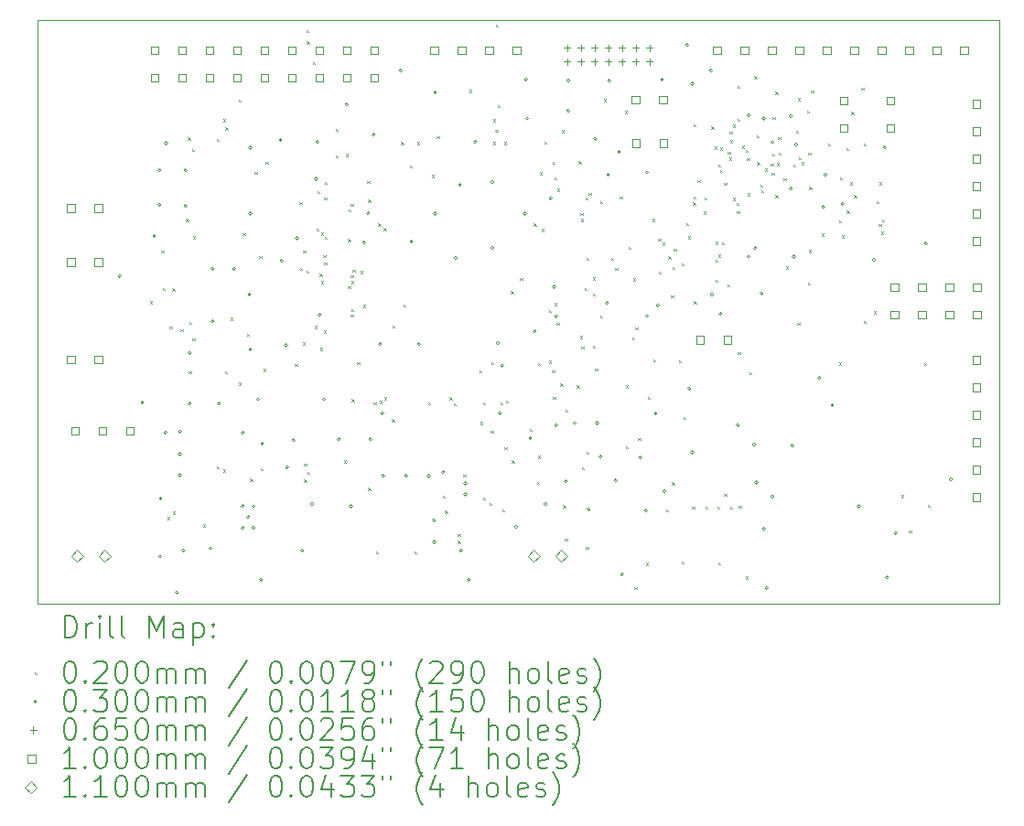
<source format=gbr>
%FSLAX45Y45*%
G04 Gerber Fmt 4.5, Leading zero omitted, Abs format (unit mm)*
G04 Created by KiCad (PCBNEW (6.0.1)) date 2023-03-29 19:48:18*
%MOMM*%
%LPD*%
G01*
G04 APERTURE LIST*
%TA.AperFunction,Profile*%
%ADD10C,0.100000*%
%TD*%
%ADD11C,0.200000*%
%ADD12C,0.020000*%
%ADD13C,0.030000*%
%ADD14C,0.065000*%
%ADD15C,0.100000*%
%ADD16C,0.110000*%
G04 APERTURE END LIST*
D10*
X18700000Y-12100000D02*
X18700000Y-12300000D01*
X18700000Y-12400000D02*
X9800000Y-12400000D01*
X9800000Y-12400000D02*
X9800000Y-7000000D01*
X18700000Y-7000000D02*
X18700000Y-12100000D01*
X18700000Y-12300000D02*
X18700000Y-12400000D01*
X9800000Y-7000000D02*
X18700000Y-7000000D01*
D11*
D12*
X10842830Y-9602830D02*
X10862830Y-9622830D01*
X10862830Y-9602830D02*
X10842830Y-9622830D01*
X10947520Y-9131850D02*
X10967520Y-9151850D01*
X10967520Y-9131850D02*
X10947520Y-9151850D01*
X10960000Y-9480000D02*
X10980000Y-9500000D01*
X10980000Y-9480000D02*
X10960000Y-9500000D01*
X11000000Y-11600000D02*
X11020000Y-11620000D01*
X11020000Y-11600000D02*
X11000000Y-11620000D01*
X11023730Y-9836600D02*
X11043730Y-9856600D01*
X11043730Y-9836600D02*
X11023730Y-9856600D01*
X11048290Y-9483920D02*
X11068290Y-9503920D01*
X11068290Y-9483920D02*
X11048290Y-9503920D01*
X11050000Y-11550000D02*
X11070000Y-11570000D01*
X11070000Y-11550000D02*
X11050000Y-11570000D01*
X11125130Y-9861060D02*
X11145130Y-9881060D01*
X11145130Y-9861060D02*
X11125130Y-9881060D01*
X11174900Y-8841530D02*
X11194900Y-8861530D01*
X11194900Y-8841530D02*
X11174900Y-8861530D01*
X11192190Y-8088500D02*
X11212190Y-8108500D01*
X11212190Y-8088500D02*
X11192190Y-8108500D01*
X11200000Y-10250000D02*
X11220000Y-10270000D01*
X11220000Y-10250000D02*
X11200000Y-10270000D01*
X11206800Y-9793670D02*
X11226800Y-9813670D01*
X11226800Y-9793670D02*
X11206800Y-9813670D01*
X11232110Y-8192420D02*
X11252110Y-8212420D01*
X11252110Y-8192420D02*
X11232110Y-8212420D01*
X11234380Y-9947010D02*
X11254380Y-9967010D01*
X11254380Y-9947010D02*
X11234380Y-9967010D01*
X11236850Y-9000970D02*
X11256850Y-9020970D01*
X11256850Y-9000970D02*
X11236850Y-9020970D01*
X11330000Y-11670000D02*
X11350000Y-11690000D01*
X11350000Y-11670000D02*
X11330000Y-11690000D01*
X11457880Y-8101870D02*
X11477880Y-8121870D01*
X11477880Y-8101870D02*
X11457880Y-8121870D01*
X11460000Y-11130000D02*
X11480000Y-11150000D01*
X11480000Y-11130000D02*
X11460000Y-11150000D01*
X11520000Y-11160000D02*
X11540000Y-11180000D01*
X11540000Y-11160000D02*
X11520000Y-11180000D01*
X11520750Y-7918790D02*
X11540750Y-7938790D01*
X11540750Y-7918790D02*
X11520750Y-7938790D01*
X11536300Y-10249370D02*
X11556300Y-10269370D01*
X11556300Y-10249370D02*
X11536300Y-10269370D01*
X11539340Y-7992650D02*
X11559340Y-8012650D01*
X11559340Y-7992650D02*
X11539340Y-8012650D01*
X11584390Y-9755160D02*
X11604390Y-9775160D01*
X11604390Y-9755160D02*
X11584390Y-9775160D01*
X11660380Y-10355000D02*
X11680380Y-10375000D01*
X11680380Y-10355000D02*
X11660380Y-10375000D01*
X11663980Y-7737100D02*
X11683980Y-7757100D01*
X11683980Y-7737100D02*
X11663980Y-7757100D01*
X11700880Y-8970550D02*
X11720880Y-8990550D01*
X11720880Y-8970550D02*
X11700880Y-8990550D01*
X11740730Y-9903870D02*
X11760730Y-9923870D01*
X11760730Y-9903870D02*
X11740730Y-9923870D01*
X11768780Y-11245000D02*
X11788780Y-11265000D01*
X11788780Y-11245000D02*
X11768780Y-11265000D01*
X11811190Y-8407040D02*
X11831190Y-8427040D01*
X11831190Y-8407040D02*
X11811190Y-8427040D01*
X11852010Y-9184910D02*
X11872010Y-9204910D01*
X11872010Y-9184910D02*
X11852010Y-9204910D01*
X11865770Y-11146080D02*
X11885770Y-11166080D01*
X11885770Y-11146080D02*
X11865770Y-11166080D01*
X11891650Y-10230290D02*
X11911650Y-10250290D01*
X11911650Y-10230290D02*
X11891650Y-10250290D01*
X11911700Y-8309690D02*
X11931700Y-8329690D01*
X11931700Y-8309690D02*
X11911700Y-8329690D01*
X12183680Y-10179970D02*
X12203680Y-10199970D01*
X12203680Y-10179970D02*
X12183680Y-10199970D01*
X12223720Y-8685280D02*
X12243720Y-8705280D01*
X12243720Y-8685280D02*
X12223720Y-8705280D01*
X12227980Y-9290940D02*
X12247980Y-9310940D01*
X12247980Y-9290940D02*
X12227980Y-9310940D01*
X12254280Y-9983840D02*
X12274280Y-10003840D01*
X12274280Y-9983840D02*
X12254280Y-10003840D01*
X12257880Y-9131850D02*
X12277880Y-9151850D01*
X12277880Y-9131850D02*
X12257880Y-9151850D01*
X12265970Y-11104840D02*
X12285970Y-11124840D01*
X12285970Y-11104840D02*
X12265970Y-11124840D01*
X12267150Y-11254280D02*
X12287150Y-11274280D01*
X12287150Y-11254280D02*
X12267150Y-11274280D01*
X12287320Y-9319440D02*
X12307320Y-9339440D01*
X12307320Y-9319440D02*
X12287320Y-9339440D01*
X12291270Y-7091720D02*
X12311270Y-7111720D01*
X12311270Y-7091720D02*
X12291270Y-7111720D01*
X12294250Y-7198730D02*
X12314250Y-7218730D01*
X12314250Y-7198730D02*
X12294250Y-7218730D01*
X12295000Y-11181760D02*
X12315000Y-11201760D01*
X12315000Y-11181760D02*
X12295000Y-11201760D01*
X12346330Y-7386350D02*
X12366330Y-7406350D01*
X12366330Y-7386350D02*
X12346330Y-7406350D01*
X12362820Y-9832620D02*
X12382820Y-9852620D01*
X12382820Y-9832620D02*
X12362820Y-9852620D01*
X12384330Y-8929360D02*
X12404330Y-8949360D01*
X12404330Y-8929360D02*
X12384330Y-8949360D01*
X12392670Y-8585000D02*
X12412670Y-8605000D01*
X12412670Y-8585000D02*
X12392670Y-8605000D01*
X12412640Y-9349220D02*
X12432640Y-9369220D01*
X12432640Y-9349220D02*
X12412640Y-9369220D01*
X12413430Y-10034030D02*
X12433430Y-10054030D01*
X12433430Y-10034030D02*
X12413430Y-10054030D01*
X12421690Y-8966720D02*
X12441690Y-8986720D01*
X12441690Y-8966720D02*
X12421690Y-8986720D01*
X12425920Y-9416420D02*
X12445920Y-9436420D01*
X12445920Y-9416420D02*
X12425920Y-9436420D01*
X12444160Y-9174660D02*
X12464160Y-9194660D01*
X12464160Y-9174660D02*
X12444160Y-9194660D01*
X12447760Y-9875030D02*
X12467760Y-9895030D01*
X12467760Y-9875030D02*
X12447760Y-9895030D01*
X12454250Y-8639330D02*
X12474250Y-8659330D01*
X12474250Y-8639330D02*
X12454250Y-8659330D01*
X12454250Y-9245000D02*
X12474250Y-9265000D01*
X12474250Y-9245000D02*
X12454250Y-9265000D01*
X12457250Y-9005850D02*
X12477250Y-9025850D01*
X12477250Y-9005850D02*
X12457250Y-9025850D01*
X12458410Y-8498630D02*
X12478410Y-8518630D01*
X12478410Y-8498630D02*
X12458410Y-8518630D01*
X12557660Y-8005870D02*
X12577660Y-8025870D01*
X12577660Y-8005870D02*
X12557660Y-8025870D01*
X12559020Y-8253160D02*
X12579020Y-8273160D01*
X12579020Y-8253160D02*
X12559020Y-8273160D01*
X12637580Y-11074970D02*
X12657580Y-11094970D01*
X12657580Y-11074970D02*
X12637580Y-11094970D01*
X12652610Y-8238030D02*
X12672610Y-8258030D01*
X12672610Y-8238030D02*
X12652610Y-8258030D01*
X12673120Y-9461240D02*
X12693120Y-9481240D01*
X12693120Y-9461240D02*
X12673120Y-9481240D01*
X12675090Y-9025620D02*
X12695090Y-9045620D01*
X12695090Y-9025620D02*
X12675090Y-9045620D01*
X12679730Y-8752040D02*
X12699730Y-8772040D01*
X12699730Y-8752040D02*
X12679730Y-8772040D01*
X12699610Y-8699220D02*
X12719610Y-8719220D01*
X12719610Y-8699220D02*
X12699610Y-8719220D01*
X12699950Y-9363360D02*
X12719950Y-9383360D01*
X12719950Y-9363360D02*
X12699950Y-9383360D01*
X12700100Y-9726970D02*
X12720100Y-9746970D01*
X12720100Y-9726970D02*
X12700100Y-9746970D01*
X12702670Y-9673390D02*
X12722670Y-9693390D01*
X12722670Y-9673390D02*
X12702670Y-9693390D01*
X12702960Y-9416180D02*
X12722960Y-9436180D01*
X12722960Y-9416180D02*
X12702960Y-9436180D01*
X12706960Y-10508370D02*
X12726960Y-10528370D01*
X12726960Y-10508370D02*
X12706960Y-10528370D01*
X12715300Y-9308770D02*
X12735300Y-9328770D01*
X12735300Y-9308770D02*
X12715300Y-9328770D01*
X12758970Y-10167870D02*
X12778970Y-10187870D01*
X12778970Y-10167870D02*
X12758970Y-10187870D01*
X12786650Y-9324160D02*
X12806650Y-9344160D01*
X12806650Y-9324160D02*
X12786650Y-9344160D01*
X12812380Y-9635000D02*
X12832380Y-9655000D01*
X12832380Y-9635000D02*
X12812380Y-9655000D01*
X12852570Y-8486700D02*
X12872570Y-8506700D01*
X12872570Y-8486700D02*
X12852570Y-8506700D01*
X12859390Y-8663580D02*
X12879390Y-8683580D01*
X12879390Y-8663580D02*
X12859390Y-8683580D01*
X12860000Y-11330000D02*
X12880000Y-11350000D01*
X12880000Y-11330000D02*
X12860000Y-11350000D01*
X12911370Y-10538070D02*
X12931370Y-10558070D01*
X12931370Y-10538070D02*
X12911370Y-10558070D01*
X12930000Y-11920000D02*
X12950000Y-11940000D01*
X12950000Y-11920000D02*
X12930000Y-11940000D01*
X12952090Y-8881570D02*
X12972090Y-8901570D01*
X12972090Y-8881570D02*
X12952090Y-8901570D01*
X12966880Y-10526220D02*
X12986880Y-10546220D01*
X12986880Y-10526220D02*
X12966880Y-10546220D01*
X13005420Y-8924380D02*
X13025420Y-8944380D01*
X13025420Y-8924380D02*
X13005420Y-8944380D01*
X13006580Y-10491020D02*
X13026580Y-10511020D01*
X13026580Y-10491020D02*
X13006580Y-10511020D01*
X13080050Y-10694160D02*
X13100050Y-10714160D01*
X13100050Y-10694160D02*
X13080050Y-10714160D01*
X13081970Y-9828170D02*
X13101970Y-9848170D01*
X13101970Y-9828170D02*
X13081970Y-9848170D01*
X13165000Y-8129320D02*
X13185000Y-8149320D01*
X13185000Y-8129320D02*
X13165000Y-8149320D01*
X13183720Y-9632550D02*
X13203720Y-9652550D01*
X13203720Y-9632550D02*
X13183720Y-9652550D01*
X13245050Y-8344710D02*
X13265050Y-8364710D01*
X13265050Y-8344710D02*
X13245050Y-8364710D01*
X13290000Y-11920000D02*
X13310000Y-11940000D01*
X13310000Y-11920000D02*
X13290000Y-11940000D01*
X13315000Y-8129580D02*
X13335000Y-8149580D01*
X13335000Y-8129580D02*
X13315000Y-8149580D01*
X13416050Y-10537070D02*
X13436050Y-10557070D01*
X13436050Y-10537070D02*
X13416050Y-10557070D01*
X13451230Y-8435000D02*
X13471230Y-8455000D01*
X13471230Y-8435000D02*
X13451230Y-8455000D01*
X13495000Y-8075000D02*
X13515000Y-8095000D01*
X13515000Y-8075000D02*
X13495000Y-8095000D01*
X13550000Y-11400000D02*
X13570000Y-11420000D01*
X13570000Y-11400000D02*
X13550000Y-11420000D01*
X13570000Y-11540000D02*
X13590000Y-11560000D01*
X13590000Y-11540000D02*
X13570000Y-11560000D01*
X13615000Y-10492860D02*
X13635000Y-10512860D01*
X13635000Y-10492860D02*
X13615000Y-10512860D01*
X13649490Y-10548300D02*
X13669490Y-10568300D01*
X13669490Y-10548300D02*
X13649490Y-10568300D01*
X13690000Y-11760000D02*
X13710000Y-11780000D01*
X13710000Y-11760000D02*
X13690000Y-11780000D01*
X13690000Y-11820000D02*
X13710000Y-11840000D01*
X13710000Y-11820000D02*
X13690000Y-11840000D01*
X13740000Y-11205050D02*
X13760000Y-11225050D01*
X13760000Y-11205050D02*
X13740000Y-11225050D01*
X13798050Y-7647040D02*
X13818050Y-7667040D01*
X13818050Y-7647040D02*
X13798050Y-7667040D01*
X13889170Y-10239880D02*
X13909170Y-10259880D01*
X13909170Y-10239880D02*
X13889170Y-10259880D01*
X13895640Y-10719390D02*
X13915640Y-10739390D01*
X13915640Y-10719390D02*
X13895640Y-10739390D01*
X13921000Y-10536550D02*
X13941000Y-10556550D01*
X13941000Y-10536550D02*
X13921000Y-10556550D01*
X13924063Y-11420871D02*
X13944063Y-11440871D01*
X13944063Y-11420871D02*
X13924063Y-11440871D01*
X13980000Y-11470000D02*
X14000000Y-11490000D01*
X14000000Y-11470000D02*
X13980000Y-11490000D01*
X13996090Y-10798100D02*
X14016090Y-10818100D01*
X14016090Y-10798100D02*
X13996090Y-10818100D01*
X14000100Y-10167870D02*
X14020100Y-10187870D01*
X14020100Y-10167870D02*
X14000100Y-10187870D01*
X14013420Y-7917630D02*
X14033420Y-7937630D01*
X14033420Y-7917630D02*
X14013420Y-7937630D01*
X14015000Y-8128720D02*
X14035000Y-8148720D01*
X14035000Y-8128720D02*
X14015000Y-8148720D01*
X14041950Y-7040160D02*
X14061950Y-7060160D01*
X14061950Y-7040160D02*
X14041950Y-7060160D01*
X14059530Y-7784850D02*
X14079530Y-7804850D01*
X14079530Y-7784850D02*
X14059530Y-7804850D01*
X14081060Y-10537070D02*
X14101060Y-10557070D01*
X14101060Y-10537070D02*
X14081060Y-10557070D01*
X14100000Y-11530000D02*
X14120000Y-11550000D01*
X14120000Y-11530000D02*
X14100000Y-11550000D01*
X14115000Y-8128530D02*
X14135000Y-8148530D01*
X14135000Y-8128530D02*
X14115000Y-8148530D01*
X14121750Y-10951350D02*
X14141750Y-10971350D01*
X14141750Y-10951350D02*
X14121750Y-10971350D01*
X14135230Y-10523190D02*
X14155230Y-10543190D01*
X14155230Y-10523190D02*
X14135230Y-10543190D01*
X14180070Y-9508380D02*
X14200070Y-9528380D01*
X14200070Y-9508380D02*
X14180070Y-9528380D01*
X14189660Y-11074970D02*
X14209660Y-11094970D01*
X14209660Y-11074970D02*
X14189660Y-11094970D01*
X14264180Y-9385000D02*
X14284180Y-9405000D01*
X14284180Y-9385000D02*
X14264180Y-9405000D01*
X14354960Y-10781130D02*
X14374960Y-10801130D01*
X14374960Y-10781130D02*
X14354960Y-10801130D01*
X14391230Y-8881840D02*
X14411230Y-8901840D01*
X14411230Y-8881840D02*
X14391230Y-8901840D01*
X14423390Y-11273310D02*
X14443390Y-11293310D01*
X14443390Y-11273310D02*
X14423390Y-11293310D01*
X14430660Y-10175430D02*
X14450660Y-10195430D01*
X14450660Y-10175430D02*
X14430660Y-10195430D01*
X14432140Y-11032660D02*
X14452140Y-11052660D01*
X14452140Y-11032660D02*
X14432140Y-11052660D01*
X14448350Y-8407690D02*
X14468350Y-8427690D01*
X14468350Y-8407690D02*
X14448350Y-8427690D01*
X14465690Y-8935000D02*
X14485690Y-8955000D01*
X14485690Y-8935000D02*
X14465690Y-8955000D01*
X14488200Y-8127810D02*
X14508200Y-8147810D01*
X14508200Y-8127810D02*
X14488200Y-8147810D01*
X14529690Y-9681060D02*
X14549690Y-9701060D01*
X14549690Y-9681060D02*
X14529690Y-9701060D01*
X14533450Y-10152660D02*
X14553450Y-10172660D01*
X14553450Y-10152660D02*
X14533450Y-10172660D01*
X14560960Y-10242340D02*
X14580960Y-10262340D01*
X14580960Y-10242340D02*
X14560960Y-10262340D01*
X14565590Y-8309080D02*
X14585590Y-8329080D01*
X14585590Y-8309080D02*
X14565590Y-8329080D01*
X14571700Y-10485830D02*
X14591700Y-10505830D01*
X14591700Y-10485830D02*
X14571700Y-10505830D01*
X14582100Y-8456570D02*
X14602100Y-8476570D01*
X14602100Y-8456570D02*
X14582100Y-8476570D01*
X14584350Y-9619940D02*
X14604350Y-9639940D01*
X14604350Y-9619940D02*
X14584350Y-9639940D01*
X14605520Y-9800580D02*
X14625520Y-9820580D01*
X14625520Y-9800580D02*
X14605520Y-9820580D01*
X14605800Y-8560220D02*
X14625800Y-8580220D01*
X14625800Y-8560220D02*
X14605800Y-8580220D01*
X14636640Y-10365850D02*
X14656640Y-10385850D01*
X14656640Y-10365850D02*
X14636640Y-10385850D01*
X14653090Y-8018930D02*
X14673090Y-8038930D01*
X14673090Y-8018930D02*
X14653090Y-8038930D01*
X14662920Y-11491040D02*
X14682920Y-11511040D01*
X14682920Y-11491040D02*
X14662920Y-11511040D01*
X14681960Y-11800210D02*
X14701960Y-11820210D01*
X14701960Y-11800210D02*
X14681960Y-11820210D01*
X14682100Y-10605330D02*
X14702100Y-10625330D01*
X14702100Y-10605330D02*
X14682100Y-10625330D01*
X14790950Y-10382220D02*
X14810950Y-10402220D01*
X14810950Y-10382220D02*
X14790950Y-10402220D01*
X14806730Y-8307280D02*
X14826730Y-8327280D01*
X14826730Y-8307280D02*
X14806730Y-8327280D01*
X14820400Y-9924960D02*
X14840400Y-9944960D01*
X14840400Y-9924960D02*
X14820400Y-9944960D01*
X14823230Y-8785000D02*
X14843230Y-8805000D01*
X14843230Y-8785000D02*
X14823230Y-8805000D01*
X14830130Y-8839840D02*
X14850130Y-8859840D01*
X14850130Y-8839840D02*
X14830130Y-8859840D01*
X14833730Y-10022200D02*
X14853730Y-10042200D01*
X14853730Y-10022200D02*
X14833730Y-10042200D01*
X14834870Y-11141730D02*
X14854870Y-11161730D01*
X14854870Y-11141730D02*
X14834870Y-11161730D01*
X14865140Y-9480770D02*
X14885140Y-9500770D01*
X14885140Y-9480770D02*
X14865140Y-9500770D01*
X14868680Y-8643510D02*
X14888680Y-8663510D01*
X14888680Y-8643510D02*
X14868680Y-8663510D01*
X14874630Y-11878610D02*
X14894630Y-11898610D01*
X14894630Y-11878610D02*
X14874630Y-11898610D01*
X14879460Y-10997850D02*
X14899460Y-11017850D01*
X14899460Y-10997850D02*
X14879460Y-11017850D01*
X14880970Y-9197800D02*
X14900970Y-9217800D01*
X14900970Y-9197800D02*
X14880970Y-9217800D01*
X14899500Y-8599630D02*
X14919500Y-8619630D01*
X14919500Y-8599630D02*
X14899500Y-8619630D01*
X14939830Y-9381050D02*
X14959830Y-9401050D01*
X14959830Y-9381050D02*
X14939830Y-9401050D01*
X14940360Y-9531160D02*
X14960360Y-9551160D01*
X14960360Y-9531160D02*
X14940360Y-9551160D01*
X14941090Y-10015380D02*
X14961090Y-10035380D01*
X14961090Y-10015380D02*
X14941090Y-10035380D01*
X14960850Y-10227540D02*
X14980850Y-10247540D01*
X14980850Y-10227540D02*
X14960850Y-10247540D01*
X15005770Y-9731540D02*
X15025770Y-9751540D01*
X15025770Y-9731540D02*
X15005770Y-9751540D01*
X15006890Y-8675490D02*
X15026890Y-8695490D01*
X15026890Y-8675490D02*
X15006890Y-8695490D01*
X15041790Y-7732550D02*
X15061790Y-7752550D01*
X15061790Y-7732550D02*
X15041790Y-7752550D01*
X15106910Y-9197800D02*
X15126910Y-9217800D01*
X15126910Y-9197800D02*
X15106910Y-9217800D01*
X15146710Y-9291510D02*
X15166710Y-9311510D01*
X15166710Y-9291510D02*
X15146710Y-9311510D01*
X15189210Y-8631460D02*
X15209210Y-8651460D01*
X15209210Y-8631460D02*
X15189210Y-8651460D01*
X15232720Y-7840130D02*
X15252720Y-7860130D01*
X15252720Y-7840130D02*
X15232720Y-7860130D01*
X15243390Y-10942920D02*
X15263390Y-10962920D01*
X15263390Y-10942920D02*
X15243390Y-10962920D01*
X15244580Y-10382220D02*
X15264580Y-10402220D01*
X15264580Y-10382220D02*
X15244580Y-10402220D01*
X15268430Y-9097020D02*
X15288430Y-9117020D01*
X15288430Y-9097020D02*
X15268430Y-9117020D01*
X15301480Y-9938710D02*
X15321480Y-9958710D01*
X15321480Y-9938710D02*
X15301480Y-9958710D01*
X15311420Y-9390480D02*
X15331420Y-9410480D01*
X15331420Y-9390480D02*
X15311420Y-9410480D01*
X15324520Y-12249000D02*
X15344520Y-12269000D01*
X15344520Y-12249000D02*
X15324520Y-12269000D01*
X15332500Y-9845000D02*
X15352500Y-9865000D01*
X15352500Y-9845000D02*
X15332500Y-9865000D01*
X15358590Y-10870050D02*
X15378590Y-10890050D01*
X15378590Y-10870050D02*
X15358590Y-10890050D01*
X15429560Y-12025010D02*
X15449560Y-12045010D01*
X15449560Y-12025010D02*
X15429560Y-12045010D01*
X15445060Y-10485830D02*
X15465060Y-10505830D01*
X15465060Y-10485830D02*
X15445060Y-10505830D01*
X15487320Y-8839620D02*
X15507320Y-8859620D01*
X15507320Y-8839620D02*
X15487320Y-8859620D01*
X15495420Y-10139160D02*
X15515420Y-10159160D01*
X15515420Y-10139160D02*
X15495420Y-10159160D01*
X15544660Y-9024640D02*
X15564660Y-9044640D01*
X15564660Y-9024640D02*
X15544660Y-9044640D01*
X15549370Y-9329070D02*
X15569370Y-9349070D01*
X15569370Y-9329070D02*
X15549370Y-9349070D01*
X15583110Y-9060900D02*
X15603110Y-9080900D01*
X15603110Y-9060900D02*
X15583110Y-9080900D01*
X15618310Y-11528890D02*
X15638310Y-11548890D01*
X15638310Y-11528890D02*
X15618310Y-11548890D01*
X15638580Y-9187450D02*
X15658580Y-9207450D01*
X15658580Y-9187450D02*
X15638580Y-9207450D01*
X15663450Y-9547070D02*
X15683450Y-9567070D01*
X15683450Y-9547070D02*
X15663450Y-9567070D01*
X15670230Y-11279090D02*
X15690230Y-11299090D01*
X15690230Y-11279090D02*
X15670230Y-11299090D01*
X15672820Y-9286250D02*
X15692820Y-9306250D01*
X15692820Y-9286250D02*
X15672820Y-9306250D01*
X15686680Y-9114450D02*
X15706680Y-9134450D01*
X15706680Y-9114450D02*
X15686680Y-9134450D01*
X15735220Y-10148900D02*
X15755220Y-10168900D01*
X15755220Y-10148900D02*
X15735220Y-10168900D01*
X15759360Y-9251070D02*
X15779360Y-9271070D01*
X15779360Y-9251070D02*
X15759360Y-9271070D01*
X15760000Y-12010000D02*
X15780000Y-12030000D01*
X15780000Y-12010000D02*
X15760000Y-12030000D01*
X15776510Y-10671500D02*
X15796510Y-10691500D01*
X15796510Y-10671500D02*
X15776510Y-10691500D01*
X15803920Y-8879440D02*
X15823920Y-8899440D01*
X15823920Y-8879440D02*
X15803920Y-8899440D01*
X15816820Y-9000370D02*
X15836820Y-9020370D01*
X15836820Y-9000370D02*
X15816820Y-9020370D01*
X15857500Y-11502030D02*
X15877500Y-11522030D01*
X15877500Y-11502030D02*
X15857500Y-11522030D01*
X15864950Y-8688120D02*
X15884950Y-8708120D01*
X15884950Y-8688120D02*
X15864950Y-8708120D01*
X15867580Y-8635300D02*
X15887580Y-8655300D01*
X15887580Y-8635300D02*
X15867580Y-8655300D01*
X15867690Y-7966130D02*
X15887690Y-7986130D01*
X15887690Y-7966130D02*
X15867690Y-7986130D01*
X15873000Y-9603000D02*
X15893000Y-9623000D01*
X15893000Y-9603000D02*
X15873000Y-9623000D01*
X15908040Y-8479128D02*
X15928040Y-8499128D01*
X15928040Y-8479128D02*
X15908040Y-8499128D01*
X15965070Y-8772240D02*
X15985070Y-8792240D01*
X15985070Y-8772240D02*
X15965070Y-8792240D01*
X15970000Y-8640000D02*
X15990000Y-8660000D01*
X15990000Y-8640000D02*
X15970000Y-8660000D01*
X15981160Y-11503770D02*
X16001160Y-11523770D01*
X16001160Y-11503770D02*
X15981160Y-11523770D01*
X16034430Y-7984920D02*
X16054430Y-8004920D01*
X16054430Y-7984920D02*
X16034430Y-8004920D01*
X16062460Y-8171990D02*
X16082460Y-8191990D01*
X16082460Y-8171990D02*
X16062460Y-8191990D01*
X16070580Y-9215900D02*
X16090580Y-9235900D01*
X16090580Y-9215900D02*
X16070580Y-9235900D01*
X16070600Y-9052280D02*
X16090600Y-9072280D01*
X16090600Y-9052280D02*
X16070600Y-9072280D01*
X16074420Y-9402680D02*
X16094420Y-9422680D01*
X16094420Y-9402680D02*
X16074420Y-9422680D01*
X16090000Y-11504470D02*
X16110000Y-11524470D01*
X16110000Y-11504470D02*
X16090000Y-11524470D01*
X16095920Y-8335320D02*
X16115920Y-8355320D01*
X16115920Y-8335320D02*
X16095920Y-8355320D01*
X16099380Y-9170000D02*
X16119380Y-9190000D01*
X16119380Y-9170000D02*
X16099380Y-9190000D01*
X16100000Y-12020000D02*
X16120000Y-12040000D01*
X16120000Y-12020000D02*
X16100000Y-12040000D01*
X16113610Y-8388950D02*
X16133610Y-8408950D01*
X16133610Y-8388950D02*
X16113610Y-8408950D01*
X16115280Y-8179710D02*
X16135280Y-8199710D01*
X16135280Y-8179710D02*
X16115280Y-8199710D01*
X16134930Y-9053900D02*
X16154930Y-9073900D01*
X16154930Y-9053900D02*
X16134930Y-9073900D01*
X16153630Y-11387020D02*
X16173630Y-11407020D01*
X16173630Y-11387020D02*
X16153630Y-11407020D01*
X16154080Y-8506040D02*
X16174080Y-8526040D01*
X16174080Y-8506040D02*
X16154080Y-8526040D01*
X16182740Y-9446870D02*
X16202740Y-9466870D01*
X16202740Y-9446870D02*
X16182740Y-9466870D01*
X16186650Y-8220000D02*
X16206650Y-8240000D01*
X16206650Y-8220000D02*
X16186650Y-8240000D01*
X16201590Y-8274540D02*
X16221590Y-8294540D01*
X16221590Y-8274540D02*
X16201590Y-8294540D01*
X16204830Y-8031360D02*
X16224830Y-8051360D01*
X16224830Y-8031360D02*
X16204830Y-8051360D01*
X16206950Y-8111710D02*
X16226950Y-8131710D01*
X16226950Y-8111710D02*
X16206950Y-8131710D01*
X16210000Y-11503460D02*
X16230000Y-11523460D01*
X16230000Y-11503460D02*
X16210000Y-11523460D01*
X16233330Y-7970000D02*
X16253330Y-7990000D01*
X16253330Y-7970000D02*
X16233330Y-7990000D01*
X16233940Y-8647280D02*
X16253940Y-8667280D01*
X16253940Y-8647280D02*
X16233940Y-8667280D01*
X16270000Y-8694490D02*
X16290000Y-8714490D01*
X16290000Y-8694490D02*
X16270000Y-8714490D01*
X16272360Y-8766490D02*
X16292360Y-8786490D01*
X16292360Y-8766490D02*
X16272360Y-8786490D01*
X16275990Y-7913800D02*
X16295990Y-7933800D01*
X16295990Y-7913800D02*
X16275990Y-7933800D01*
X16277330Y-7609760D02*
X16297330Y-7629760D01*
X16297330Y-7609760D02*
X16277330Y-7629760D01*
X16281440Y-10073100D02*
X16301440Y-10093100D01*
X16301440Y-10073100D02*
X16281440Y-10093100D01*
X16288710Y-11497620D02*
X16308710Y-11517620D01*
X16308710Y-11497620D02*
X16288710Y-11517620D01*
X16319611Y-8162391D02*
X16339611Y-8182391D01*
X16339611Y-8162391D02*
X16319611Y-8182391D01*
X16350000Y-12150000D02*
X16370000Y-12170000D01*
X16370000Y-12150000D02*
X16350000Y-12170000D01*
X16354374Y-8202066D02*
X16374374Y-8222066D01*
X16374374Y-8202066D02*
X16354374Y-8222066D01*
X16364438Y-8280266D02*
X16384438Y-8300266D01*
X16384438Y-8280266D02*
X16364438Y-8300266D01*
X16368785Y-8604375D02*
X16388785Y-8624375D01*
X16388785Y-8604375D02*
X16368785Y-8624375D01*
X16384890Y-10257330D02*
X16404890Y-10277330D01*
X16404890Y-10257330D02*
X16384890Y-10277330D01*
X16434220Y-7520450D02*
X16454220Y-7540450D01*
X16454220Y-7520450D02*
X16434220Y-7540450D01*
X16452280Y-8064590D02*
X16472280Y-8084590D01*
X16472280Y-8064590D02*
X16452280Y-8084590D01*
X16458832Y-8315430D02*
X16478832Y-8335430D01*
X16478832Y-8315430D02*
X16458832Y-8335430D01*
X16488516Y-8523001D02*
X16508516Y-8543001D01*
X16508516Y-8523001D02*
X16488516Y-8543001D01*
X16498150Y-8574864D02*
X16518150Y-8594864D01*
X16518150Y-8574864D02*
X16498150Y-8594864D01*
X16531450Y-8375260D02*
X16551450Y-8395260D01*
X16551450Y-8375260D02*
X16531450Y-8395260D01*
X16585030Y-8326980D02*
X16605030Y-8346980D01*
X16605030Y-8326980D02*
X16585030Y-8346980D01*
X16594680Y-8414680D02*
X16614680Y-8434680D01*
X16614680Y-8414680D02*
X16594680Y-8434680D01*
X16600730Y-8232570D02*
X16620730Y-8252570D01*
X16620730Y-8232570D02*
X16600730Y-8252570D01*
X16603290Y-7896630D02*
X16623290Y-7916630D01*
X16623290Y-7896630D02*
X16603290Y-7916630D01*
X16626700Y-7665060D02*
X16646700Y-7685060D01*
X16646700Y-7665060D02*
X16626700Y-7685060D01*
X16629100Y-8619531D02*
X16649100Y-8639531D01*
X16649100Y-8619531D02*
X16629100Y-8639531D01*
X16637850Y-8324960D02*
X16657850Y-8344960D01*
X16657850Y-8324960D02*
X16637850Y-8344960D01*
X16653900Y-8081010D02*
X16673900Y-8101010D01*
X16673900Y-8081010D02*
X16653900Y-8101010D01*
X16655200Y-8225200D02*
X16675200Y-8245200D01*
X16675200Y-8225200D02*
X16655200Y-8245200D01*
X16703520Y-8466300D02*
X16723520Y-8486300D01*
X16723520Y-8466300D02*
X16703520Y-8486300D01*
X16725360Y-9280780D02*
X16745360Y-9300780D01*
X16745360Y-9280780D02*
X16725360Y-9300780D01*
X16793710Y-8336710D02*
X16813710Y-8356710D01*
X16813710Y-8336710D02*
X16793710Y-8356710D01*
X16820200Y-8022000D02*
X16840200Y-8042000D01*
X16840200Y-8022000D02*
X16820200Y-8042000D01*
X16832400Y-9801900D02*
X16852400Y-9821900D01*
X16852400Y-9801900D02*
X16832400Y-9821900D01*
X16834360Y-7724450D02*
X16854360Y-7744450D01*
X16854360Y-7724450D02*
X16834360Y-7744450D01*
X16843240Y-8268910D02*
X16863240Y-8288910D01*
X16863240Y-8268910D02*
X16843240Y-8288910D01*
X16870920Y-8316530D02*
X16890920Y-8336530D01*
X16890920Y-8316530D02*
X16870920Y-8336530D01*
X16920000Y-7840000D02*
X16940000Y-7860000D01*
X16940000Y-7840000D02*
X16920000Y-7860000D01*
X16927030Y-9427510D02*
X16947030Y-9447510D01*
X16947030Y-9427510D02*
X16927030Y-9447510D01*
X16932840Y-8225280D02*
X16952840Y-8245280D01*
X16952840Y-8225280D02*
X16932840Y-8245280D01*
X16936770Y-9129630D02*
X16956770Y-9149630D01*
X16956770Y-9129630D02*
X16936770Y-9149630D01*
X16939540Y-8543150D02*
X16959540Y-8563150D01*
X16959540Y-8543150D02*
X16939540Y-8563150D01*
X16957230Y-7652980D02*
X16977230Y-7672980D01*
X16977230Y-7652980D02*
X16957230Y-7672980D01*
X17054140Y-8976210D02*
X17074140Y-8996210D01*
X17074140Y-8976210D02*
X17054140Y-8996210D01*
X17116130Y-8141170D02*
X17136130Y-8161170D01*
X17136130Y-8141170D02*
X17116130Y-8161170D01*
X17213630Y-8853910D02*
X17233630Y-8873910D01*
X17233630Y-8853910D02*
X17213630Y-8873910D01*
X17213630Y-10171020D02*
X17233630Y-10191020D01*
X17233630Y-10171020D02*
X17213630Y-10191020D01*
X17225720Y-8455260D02*
X17245720Y-8475260D01*
X17245720Y-8455260D02*
X17225720Y-8475260D01*
X17240570Y-8992160D02*
X17260570Y-9012160D01*
X17260570Y-8992160D02*
X17240570Y-9012160D01*
X17284480Y-8183890D02*
X17304480Y-8203890D01*
X17304480Y-8183890D02*
X17284480Y-8203890D01*
X17287450Y-8765050D02*
X17307450Y-8785050D01*
X17307450Y-8765050D02*
X17287450Y-8785050D01*
X17319560Y-8501790D02*
X17339560Y-8521790D01*
X17339560Y-8501790D02*
X17319560Y-8521790D01*
X17331180Y-7849230D02*
X17351180Y-7869230D01*
X17351180Y-7849230D02*
X17331180Y-7869230D01*
X17354390Y-8621500D02*
X17374390Y-8641500D01*
X17374390Y-8621500D02*
X17354390Y-8641500D01*
X17422120Y-7626850D02*
X17442120Y-7646850D01*
X17442120Y-7626850D02*
X17422120Y-7646850D01*
X17445040Y-8141380D02*
X17465040Y-8161380D01*
X17465040Y-8141380D02*
X17445040Y-8161380D01*
X17447130Y-9783880D02*
X17467130Y-9803880D01*
X17467130Y-9783880D02*
X17447130Y-9803880D01*
X17538320Y-9696280D02*
X17558320Y-9716280D01*
X17558320Y-9696280D02*
X17538320Y-9716280D01*
X17565300Y-8677000D02*
X17585300Y-8697000D01*
X17585300Y-8677000D02*
X17565300Y-8697000D01*
X17585380Y-8889000D02*
X17605380Y-8909000D01*
X17605380Y-8889000D02*
X17585380Y-8909000D01*
X17586500Y-8501760D02*
X17606500Y-8521760D01*
X17606500Y-8501760D02*
X17586500Y-8521760D01*
X17602980Y-8958300D02*
X17622980Y-8978300D01*
X17622980Y-8958300D02*
X17602980Y-8978300D01*
X17615920Y-8844830D02*
X17635920Y-8864830D01*
X17635920Y-8844830D02*
X17615920Y-8864830D01*
X17789600Y-11396050D02*
X17809600Y-11416050D01*
X17809600Y-11396050D02*
X17789600Y-11416050D01*
X17863720Y-11722470D02*
X17883720Y-11742470D01*
X17883720Y-11722470D02*
X17863720Y-11742470D01*
X18004310Y-10176000D02*
X18024310Y-10196000D01*
X18024310Y-10176000D02*
X18004310Y-10196000D01*
X18036920Y-11488610D02*
X18056920Y-11508610D01*
X18056920Y-11488610D02*
X18036920Y-11508610D01*
D13*
X10575000Y-9370000D02*
G75*
G03*
X10575000Y-9370000I-15000J0D01*
G01*
X10785000Y-10540000D02*
G75*
G03*
X10785000Y-10540000I-15000J0D01*
G01*
X10895000Y-9000000D02*
G75*
G03*
X10895000Y-9000000I-15000J0D01*
G01*
X10945000Y-8390000D02*
G75*
G03*
X10945000Y-8390000I-15000J0D01*
G01*
X10945000Y-8710000D02*
G75*
G03*
X10945000Y-8710000I-15000J0D01*
G01*
X10950000Y-11965000D02*
G75*
G03*
X10950000Y-11965000I-15000J0D01*
G01*
X10955000Y-11430000D02*
G75*
G03*
X10955000Y-11430000I-15000J0D01*
G01*
X10997500Y-10817500D02*
G75*
G03*
X10997500Y-10817500I-15000J0D01*
G01*
X11005000Y-8140000D02*
G75*
G03*
X11005000Y-8140000I-15000J0D01*
G01*
X11105000Y-12300000D02*
G75*
G03*
X11105000Y-12300000I-15000J0D01*
G01*
X11132500Y-11020000D02*
G75*
G03*
X11132500Y-11020000I-15000J0D01*
G01*
X11132500Y-11212500D02*
G75*
G03*
X11132500Y-11212500I-15000J0D01*
G01*
X11135000Y-10810000D02*
G75*
G03*
X11135000Y-10810000I-15000J0D01*
G01*
X11165000Y-11910000D02*
G75*
G03*
X11165000Y-11910000I-15000J0D01*
G01*
X11185000Y-8390000D02*
G75*
G03*
X11185000Y-8390000I-15000J0D01*
G01*
X11185000Y-8720000D02*
G75*
G03*
X11185000Y-8720000I-15000J0D01*
G01*
X11225000Y-10080000D02*
G75*
G03*
X11225000Y-10080000I-15000J0D01*
G01*
X11225000Y-10550000D02*
G75*
G03*
X11225000Y-10550000I-15000J0D01*
G01*
X11415000Y-11890000D02*
G75*
G03*
X11415000Y-11890000I-15000J0D01*
G01*
X11435000Y-9300000D02*
G75*
G03*
X11435000Y-9300000I-15000J0D01*
G01*
X11435000Y-9790000D02*
G75*
G03*
X11435000Y-9790000I-15000J0D01*
G01*
X11495000Y-10550000D02*
G75*
G03*
X11495000Y-10550000I-15000J0D01*
G01*
X11635000Y-9300000D02*
G75*
G03*
X11635000Y-9300000I-15000J0D01*
G01*
X11715000Y-10820000D02*
G75*
G03*
X11715000Y-10820000I-15000J0D01*
G01*
X11715000Y-11500000D02*
G75*
G03*
X11715000Y-11500000I-15000J0D01*
G01*
X11715000Y-11700000D02*
G75*
G03*
X11715000Y-11700000I-15000J0D01*
G01*
X11765000Y-11600000D02*
G75*
G03*
X11765000Y-11600000I-15000J0D01*
G01*
X11775000Y-9540000D02*
G75*
G03*
X11775000Y-9540000I-15000J0D01*
G01*
X11785000Y-8180000D02*
G75*
G03*
X11785000Y-8180000I-15000J0D01*
G01*
X11785000Y-8790000D02*
G75*
G03*
X11785000Y-8790000I-15000J0D01*
G01*
X11785000Y-10050000D02*
G75*
G03*
X11785000Y-10050000I-15000J0D01*
G01*
X11815000Y-11500000D02*
G75*
G03*
X11815000Y-11500000I-15000J0D01*
G01*
X11815000Y-11700000D02*
G75*
G03*
X11815000Y-11700000I-15000J0D01*
G01*
X11855000Y-10510000D02*
G75*
G03*
X11855000Y-10510000I-15000J0D01*
G01*
X11885000Y-12180000D02*
G75*
G03*
X11885000Y-12180000I-15000J0D01*
G01*
X11895000Y-10920000D02*
G75*
G03*
X11895000Y-10920000I-15000J0D01*
G01*
X12065000Y-8110000D02*
G75*
G03*
X12065000Y-8110000I-15000J0D01*
G01*
X12075000Y-9230000D02*
G75*
G03*
X12075000Y-9230000I-15000J0D01*
G01*
X12115000Y-10010000D02*
G75*
G03*
X12115000Y-10010000I-15000J0D01*
G01*
X12125000Y-11140000D02*
G75*
G03*
X12125000Y-11140000I-15000J0D01*
G01*
X12185000Y-10890000D02*
G75*
G03*
X12185000Y-10890000I-15000J0D01*
G01*
X12215000Y-9020000D02*
G75*
G03*
X12215000Y-9020000I-15000J0D01*
G01*
X12265000Y-11910000D02*
G75*
G03*
X12265000Y-11910000I-15000J0D01*
G01*
X12355000Y-11480000D02*
G75*
G03*
X12355000Y-11480000I-15000J0D01*
G01*
X12395000Y-8470000D02*
G75*
G03*
X12395000Y-8470000I-15000J0D01*
G01*
X12405000Y-8130000D02*
G75*
G03*
X12405000Y-8130000I-15000J0D01*
G01*
X12425000Y-9730000D02*
G75*
G03*
X12425000Y-9730000I-15000J0D01*
G01*
X12465000Y-10510000D02*
G75*
G03*
X12465000Y-10510000I-15000J0D01*
G01*
X12605000Y-10880000D02*
G75*
G03*
X12605000Y-10880000I-15000J0D01*
G01*
X12675000Y-7780000D02*
G75*
G03*
X12675000Y-7780000I-15000J0D01*
G01*
X12715000Y-11500000D02*
G75*
G03*
X12715000Y-11500000I-15000J0D01*
G01*
X12835000Y-9060000D02*
G75*
G03*
X12835000Y-9060000I-15000J0D01*
G01*
X12875000Y-8790000D02*
G75*
G03*
X12875000Y-8790000I-15000J0D01*
G01*
X12895000Y-10880000D02*
G75*
G03*
X12895000Y-10880000I-15000J0D01*
G01*
X12925000Y-8060000D02*
G75*
G03*
X12925000Y-8060000I-15000J0D01*
G01*
X12985000Y-10000000D02*
G75*
G03*
X12985000Y-10000000I-15000J0D01*
G01*
X13005000Y-10640000D02*
G75*
G03*
X13005000Y-10640000I-15000J0D01*
G01*
X13015000Y-11220000D02*
G75*
G03*
X13015000Y-11220000I-15000J0D01*
G01*
X13175000Y-7470000D02*
G75*
G03*
X13175000Y-7470000I-15000J0D01*
G01*
X13225000Y-11220000D02*
G75*
G03*
X13225000Y-11220000I-15000J0D01*
G01*
X13275000Y-9050000D02*
G75*
G03*
X13275000Y-9050000I-15000J0D01*
G01*
X13345000Y-10000000D02*
G75*
G03*
X13345000Y-10000000I-15000J0D01*
G01*
X13435000Y-11220000D02*
G75*
G03*
X13435000Y-11220000I-15000J0D01*
G01*
X13485000Y-11630000D02*
G75*
G03*
X13485000Y-11630000I-15000J0D01*
G01*
X13485000Y-11830000D02*
G75*
G03*
X13485000Y-11830000I-15000J0D01*
G01*
X13495000Y-7670000D02*
G75*
G03*
X13495000Y-7670000I-15000J0D01*
G01*
X13495000Y-8790000D02*
G75*
G03*
X13495000Y-8790000I-15000J0D01*
G01*
X13567500Y-11185000D02*
G75*
G03*
X13567500Y-11185000I-15000J0D01*
G01*
X13685000Y-9200000D02*
G75*
G03*
X13685000Y-9200000I-15000J0D01*
G01*
X13722500Y-8525000D02*
G75*
G03*
X13722500Y-8525000I-15000J0D01*
G01*
X13735000Y-11910000D02*
G75*
G03*
X13735000Y-11910000I-15000J0D01*
G01*
X13775000Y-11290000D02*
G75*
G03*
X13775000Y-11290000I-15000J0D01*
G01*
X13775000Y-11390000D02*
G75*
G03*
X13775000Y-11390000I-15000J0D01*
G01*
X13805000Y-12180000D02*
G75*
G03*
X13805000Y-12180000I-15000J0D01*
G01*
X13865000Y-8130000D02*
G75*
G03*
X13865000Y-8130000I-15000J0D01*
G01*
X14025000Y-8500000D02*
G75*
G03*
X14025000Y-8500000I-15000J0D01*
G01*
X14025000Y-9110000D02*
G75*
G03*
X14025000Y-9110000I-15000J0D01*
G01*
X14065000Y-8030000D02*
G75*
G03*
X14065000Y-8030000I-15000J0D01*
G01*
X14075000Y-9990000D02*
G75*
G03*
X14075000Y-9990000I-15000J0D01*
G01*
X14095000Y-10640000D02*
G75*
G03*
X14095000Y-10640000I-15000J0D01*
G01*
X14115000Y-10200000D02*
G75*
G03*
X14115000Y-10200000I-15000J0D01*
G01*
X14245000Y-11690000D02*
G75*
G03*
X14245000Y-11690000I-15000J0D01*
G01*
X14325000Y-8790000D02*
G75*
G03*
X14325000Y-8790000I-15000J0D01*
G01*
X14335000Y-7550000D02*
G75*
G03*
X14335000Y-7550000I-15000J0D01*
G01*
X14345000Y-7910000D02*
G75*
G03*
X14345000Y-7910000I-15000J0D01*
G01*
X14375000Y-10870000D02*
G75*
G03*
X14375000Y-10870000I-15000J0D01*
G01*
X14415000Y-9880000D02*
G75*
G03*
X14415000Y-9880000I-15000J0D01*
G01*
X14515000Y-11480000D02*
G75*
G03*
X14515000Y-11480000I-15000J0D01*
G01*
X14565000Y-8650000D02*
G75*
G03*
X14565000Y-8650000I-15000J0D01*
G01*
X14595000Y-9470000D02*
G75*
G03*
X14595000Y-9470000I-15000J0D01*
G01*
X14615000Y-9740000D02*
G75*
G03*
X14615000Y-9740000I-15000J0D01*
G01*
X14615000Y-10750000D02*
G75*
G03*
X14615000Y-10750000I-15000J0D01*
G01*
X14705000Y-11270000D02*
G75*
G03*
X14705000Y-11270000I-15000J0D01*
G01*
X14725000Y-7560000D02*
G75*
G03*
X14725000Y-7560000I-15000J0D01*
G01*
X14725000Y-7840000D02*
G75*
G03*
X14725000Y-7840000I-15000J0D01*
G01*
X14785000Y-10730000D02*
G75*
G03*
X14785000Y-10730000I-15000J0D01*
G01*
X14915000Y-11530000D02*
G75*
G03*
X14915000Y-11530000I-15000J0D01*
G01*
X14975000Y-8100000D02*
G75*
G03*
X14975000Y-8100000I-15000J0D01*
G01*
X14995000Y-10730000D02*
G75*
G03*
X14995000Y-10730000I-15000J0D01*
G01*
X15025000Y-11040000D02*
G75*
G03*
X15025000Y-11040000I-15000J0D01*
G01*
X15085000Y-9620000D02*
G75*
G03*
X15085000Y-9620000I-15000J0D01*
G01*
X15095000Y-8430000D02*
G75*
G03*
X15095000Y-8430000I-15000J0D01*
G01*
X15105000Y-7560000D02*
G75*
G03*
X15105000Y-7560000I-15000J0D01*
G01*
X15165000Y-11260000D02*
G75*
G03*
X15165000Y-11260000I-15000J0D01*
G01*
X15195000Y-8220000D02*
G75*
G03*
X15195000Y-8220000I-15000J0D01*
G01*
X15225000Y-12130000D02*
G75*
G03*
X15225000Y-12130000I-15000J0D01*
G01*
X15395000Y-11050000D02*
G75*
G03*
X15395000Y-11050000I-15000J0D01*
G01*
X15445000Y-11540000D02*
G75*
G03*
X15445000Y-11540000I-15000J0D01*
G01*
X15455000Y-8410000D02*
G75*
G03*
X15455000Y-8410000I-15000J0D01*
G01*
X15455000Y-9740000D02*
G75*
G03*
X15455000Y-9740000I-15000J0D01*
G01*
X15535000Y-10640000D02*
G75*
G03*
X15535000Y-10640000I-15000J0D01*
G01*
X15555000Y-9640000D02*
G75*
G03*
X15555000Y-9640000I-15000J0D01*
G01*
X15595000Y-7550000D02*
G75*
G03*
X15595000Y-7550000I-15000J0D01*
G01*
X15615000Y-11360000D02*
G75*
G03*
X15615000Y-11360000I-15000J0D01*
G01*
X15825000Y-7230000D02*
G75*
G03*
X15825000Y-7230000I-15000J0D01*
G01*
X15845000Y-10410000D02*
G75*
G03*
X15845000Y-10410000I-15000J0D01*
G01*
X15875000Y-7590000D02*
G75*
G03*
X15875000Y-7590000I-15000J0D01*
G01*
X15875000Y-11000000D02*
G75*
G03*
X15875000Y-11000000I-15000J0D01*
G01*
X16045000Y-7470000D02*
G75*
G03*
X16045000Y-7470000I-15000J0D01*
G01*
X16055000Y-9540000D02*
G75*
G03*
X16055000Y-9540000I-15000J0D01*
G01*
X16135000Y-9720000D02*
G75*
G03*
X16135000Y-9720000I-15000J0D01*
G01*
X16295000Y-10750000D02*
G75*
G03*
X16295000Y-10750000I-15000J0D01*
G01*
X16395000Y-7880000D02*
G75*
G03*
X16395000Y-7880000I-15000J0D01*
G01*
X16395000Y-9190000D02*
G75*
G03*
X16395000Y-9190000I-15000J0D01*
G01*
X16445000Y-10930000D02*
G75*
G03*
X16445000Y-10930000I-15000J0D01*
G01*
X16455000Y-9110000D02*
G75*
G03*
X16455000Y-9110000I-15000J0D01*
G01*
X16465000Y-11280000D02*
G75*
G03*
X16465000Y-11280000I-15000J0D01*
G01*
X16515000Y-9530000D02*
G75*
G03*
X16515000Y-9530000I-15000J0D01*
G01*
X16535000Y-7910000D02*
G75*
G03*
X16535000Y-7910000I-15000J0D01*
G01*
X16535000Y-11710000D02*
G75*
G03*
X16535000Y-11710000I-15000J0D01*
G01*
X16562500Y-12255000D02*
G75*
G03*
X16562500Y-12255000I-15000J0D01*
G01*
X16615000Y-8130000D02*
G75*
G03*
X16615000Y-8130000I-15000J0D01*
G01*
X16615000Y-11410000D02*
G75*
G03*
X16615000Y-11410000I-15000J0D01*
G01*
X16785000Y-7890000D02*
G75*
G03*
X16785000Y-7890000I-15000J0D01*
G01*
X16785000Y-8560000D02*
G75*
G03*
X16785000Y-8560000I-15000J0D01*
G01*
X16797500Y-10940000D02*
G75*
G03*
X16797500Y-10940000I-15000J0D01*
G01*
X16815000Y-9190000D02*
G75*
G03*
X16815000Y-9190000I-15000J0D01*
G01*
X16835000Y-8150000D02*
G75*
G03*
X16835000Y-8150000I-15000J0D01*
G01*
X17050000Y-10312500D02*
G75*
G03*
X17050000Y-10312500I-15000J0D01*
G01*
X17085000Y-8730000D02*
G75*
G03*
X17085000Y-8730000I-15000J0D01*
G01*
X17105000Y-8430000D02*
G75*
G03*
X17105000Y-8430000I-15000J0D01*
G01*
X17167500Y-10565000D02*
G75*
G03*
X17167500Y-10565000I-15000J0D01*
G01*
X17265000Y-8700000D02*
G75*
G03*
X17265000Y-8700000I-15000J0D01*
G01*
X17415000Y-11500000D02*
G75*
G03*
X17415000Y-11500000I-15000J0D01*
G01*
X17555000Y-9220000D02*
G75*
G03*
X17555000Y-9220000I-15000J0D01*
G01*
X17655000Y-8180000D02*
G75*
G03*
X17655000Y-8180000I-15000J0D01*
G01*
X17675000Y-12160000D02*
G75*
G03*
X17675000Y-12160000I-15000J0D01*
G01*
X17755000Y-11750000D02*
G75*
G03*
X17755000Y-11750000I-15000J0D01*
G01*
X18035000Y-9070000D02*
G75*
G03*
X18035000Y-9070000I-15000J0D01*
G01*
X18265000Y-11250000D02*
G75*
G03*
X18265000Y-11250000I-15000J0D01*
G01*
D14*
X14700000Y-7225500D02*
X14700000Y-7290500D01*
X14667500Y-7258000D02*
X14732500Y-7258000D01*
X14700000Y-7352500D02*
X14700000Y-7417500D01*
X14667500Y-7385000D02*
X14732500Y-7385000D01*
X14827000Y-7225500D02*
X14827000Y-7290500D01*
X14794500Y-7258000D02*
X14859500Y-7258000D01*
X14827000Y-7352500D02*
X14827000Y-7417500D01*
X14794500Y-7385000D02*
X14859500Y-7385000D01*
X14954000Y-7225500D02*
X14954000Y-7290500D01*
X14921500Y-7258000D02*
X14986500Y-7258000D01*
X14954000Y-7352500D02*
X14954000Y-7417500D01*
X14921500Y-7385000D02*
X14986500Y-7385000D01*
X15081000Y-7225500D02*
X15081000Y-7290500D01*
X15048500Y-7258000D02*
X15113500Y-7258000D01*
X15081000Y-7352500D02*
X15081000Y-7417500D01*
X15048500Y-7385000D02*
X15113500Y-7385000D01*
X15208000Y-7225500D02*
X15208000Y-7290500D01*
X15175500Y-7258000D02*
X15240500Y-7258000D01*
X15208000Y-7352500D02*
X15208000Y-7417500D01*
X15175500Y-7385000D02*
X15240500Y-7385000D01*
X15335000Y-7225500D02*
X15335000Y-7290500D01*
X15302500Y-7258000D02*
X15367500Y-7258000D01*
X15335000Y-7352500D02*
X15335000Y-7417500D01*
X15302500Y-7385000D02*
X15367500Y-7385000D01*
X15462000Y-7225500D02*
X15462000Y-7290500D01*
X15429500Y-7258000D02*
X15494500Y-7258000D01*
X15462000Y-7352500D02*
X15462000Y-7417500D01*
X15429500Y-7385000D02*
X15494500Y-7385000D01*
D15*
X10145356Y-9275356D02*
X10145356Y-9204644D01*
X10074644Y-9204644D01*
X10074644Y-9275356D01*
X10145356Y-9275356D01*
X10145356Y-10175356D02*
X10145356Y-10104644D01*
X10074644Y-10104644D01*
X10074644Y-10175356D01*
X10145356Y-10175356D01*
X10146356Y-8775356D02*
X10146356Y-8704644D01*
X10075644Y-8704644D01*
X10075644Y-8775356D01*
X10146356Y-8775356D01*
X10182856Y-10835356D02*
X10182856Y-10764644D01*
X10112144Y-10764644D01*
X10112144Y-10835356D01*
X10182856Y-10835356D01*
X10399356Y-9275356D02*
X10399356Y-9204644D01*
X10328644Y-9204644D01*
X10328644Y-9275356D01*
X10399356Y-9275356D01*
X10399356Y-10175356D02*
X10399356Y-10104644D01*
X10328644Y-10104644D01*
X10328644Y-10175356D01*
X10399356Y-10175356D01*
X10400356Y-8775356D02*
X10400356Y-8704644D01*
X10329644Y-8704644D01*
X10329644Y-8775356D01*
X10400356Y-8775356D01*
X10436856Y-10835356D02*
X10436856Y-10764644D01*
X10366144Y-10764644D01*
X10366144Y-10835356D01*
X10436856Y-10835356D01*
X10690856Y-10835356D02*
X10690856Y-10764644D01*
X10620144Y-10764644D01*
X10620144Y-10835356D01*
X10690856Y-10835356D01*
X10920356Y-7316356D02*
X10920356Y-7245644D01*
X10849644Y-7245644D01*
X10849644Y-7316356D01*
X10920356Y-7316356D01*
X10920356Y-7570356D02*
X10920356Y-7499644D01*
X10849644Y-7499644D01*
X10849644Y-7570356D01*
X10920356Y-7570356D01*
X11174356Y-7316356D02*
X11174356Y-7245644D01*
X11103644Y-7245644D01*
X11103644Y-7316356D01*
X11174356Y-7316356D01*
X11174356Y-7570356D02*
X11174356Y-7499644D01*
X11103644Y-7499644D01*
X11103644Y-7570356D01*
X11174356Y-7570356D01*
X11428356Y-7316356D02*
X11428356Y-7245644D01*
X11357644Y-7245644D01*
X11357644Y-7316356D01*
X11428356Y-7316356D01*
X11428356Y-7570356D02*
X11428356Y-7499644D01*
X11357644Y-7499644D01*
X11357644Y-7570356D01*
X11428356Y-7570356D01*
X11682356Y-7316356D02*
X11682356Y-7245644D01*
X11611644Y-7245644D01*
X11611644Y-7316356D01*
X11682356Y-7316356D01*
X11682356Y-7570356D02*
X11682356Y-7499644D01*
X11611644Y-7499644D01*
X11611644Y-7570356D01*
X11682356Y-7570356D01*
X11936356Y-7316356D02*
X11936356Y-7245644D01*
X11865644Y-7245644D01*
X11865644Y-7316356D01*
X11936356Y-7316356D01*
X11936356Y-7570356D02*
X11936356Y-7499644D01*
X11865644Y-7499644D01*
X11865644Y-7570356D01*
X11936356Y-7570356D01*
X12190356Y-7316356D02*
X12190356Y-7245644D01*
X12119644Y-7245644D01*
X12119644Y-7316356D01*
X12190356Y-7316356D01*
X12190356Y-7570356D02*
X12190356Y-7499644D01*
X12119644Y-7499644D01*
X12119644Y-7570356D01*
X12190356Y-7570356D01*
X12444356Y-7316356D02*
X12444356Y-7245644D01*
X12373644Y-7245644D01*
X12373644Y-7316356D01*
X12444356Y-7316356D01*
X12444356Y-7570356D02*
X12444356Y-7499644D01*
X12373644Y-7499644D01*
X12373644Y-7570356D01*
X12444356Y-7570356D01*
X12698356Y-7316356D02*
X12698356Y-7245644D01*
X12627644Y-7245644D01*
X12627644Y-7316356D01*
X12698356Y-7316356D01*
X12698356Y-7570356D02*
X12698356Y-7499644D01*
X12627644Y-7499644D01*
X12627644Y-7570356D01*
X12698356Y-7570356D01*
X12952356Y-7316356D02*
X12952356Y-7245644D01*
X12881644Y-7245644D01*
X12881644Y-7316356D01*
X12952356Y-7316356D01*
X12952356Y-7570356D02*
X12952356Y-7499644D01*
X12881644Y-7499644D01*
X12881644Y-7570356D01*
X12952356Y-7570356D01*
X13505356Y-7315356D02*
X13505356Y-7244644D01*
X13434644Y-7244644D01*
X13434644Y-7315356D01*
X13505356Y-7315356D01*
X13759356Y-7315356D02*
X13759356Y-7244644D01*
X13688644Y-7244644D01*
X13688644Y-7315356D01*
X13759356Y-7315356D01*
X14013356Y-7315356D02*
X14013356Y-7244644D01*
X13942644Y-7244644D01*
X13942644Y-7315356D01*
X14013356Y-7315356D01*
X14267356Y-7315356D02*
X14267356Y-7244644D01*
X14196644Y-7244644D01*
X14196644Y-7315356D01*
X14267356Y-7315356D01*
X15368856Y-7775356D02*
X15368856Y-7704644D01*
X15298144Y-7704644D01*
X15298144Y-7775356D01*
X15368856Y-7775356D01*
X15371356Y-8175356D02*
X15371356Y-8104644D01*
X15300644Y-8104644D01*
X15300644Y-8175356D01*
X15371356Y-8175356D01*
X15622856Y-7775356D02*
X15622856Y-7704644D01*
X15552144Y-7704644D01*
X15552144Y-7775356D01*
X15622856Y-7775356D01*
X15625356Y-8175356D02*
X15625356Y-8104644D01*
X15554644Y-8104644D01*
X15554644Y-8175356D01*
X15625356Y-8175356D01*
X15965356Y-9995356D02*
X15965356Y-9924644D01*
X15894644Y-9924644D01*
X15894644Y-9995356D01*
X15965356Y-9995356D01*
X16121356Y-7315356D02*
X16121356Y-7244644D01*
X16050644Y-7244644D01*
X16050644Y-7315356D01*
X16121356Y-7315356D01*
X16219356Y-9995356D02*
X16219356Y-9924644D01*
X16148644Y-9924644D01*
X16148644Y-9995356D01*
X16219356Y-9995356D01*
X16375356Y-7315356D02*
X16375356Y-7244644D01*
X16304644Y-7244644D01*
X16304644Y-7315356D01*
X16375356Y-7315356D01*
X16629356Y-7315356D02*
X16629356Y-7244644D01*
X16558644Y-7244644D01*
X16558644Y-7315356D01*
X16629356Y-7315356D01*
X16883356Y-7315356D02*
X16883356Y-7244644D01*
X16812644Y-7244644D01*
X16812644Y-7315356D01*
X16883356Y-7315356D01*
X17137356Y-7315356D02*
X17137356Y-7244644D01*
X17066644Y-7244644D01*
X17066644Y-7315356D01*
X17137356Y-7315356D01*
X17295356Y-7781356D02*
X17295356Y-7710644D01*
X17224644Y-7710644D01*
X17224644Y-7781356D01*
X17295356Y-7781356D01*
X17295356Y-8035356D02*
X17295356Y-7964644D01*
X17224644Y-7964644D01*
X17224644Y-8035356D01*
X17295356Y-8035356D01*
X17391356Y-7315356D02*
X17391356Y-7244644D01*
X17320644Y-7244644D01*
X17320644Y-7315356D01*
X17391356Y-7315356D01*
X17645356Y-7315356D02*
X17645356Y-7244644D01*
X17574644Y-7244644D01*
X17574644Y-7315356D01*
X17645356Y-7315356D01*
X17725356Y-7781356D02*
X17725356Y-7710644D01*
X17654644Y-7710644D01*
X17654644Y-7781356D01*
X17725356Y-7781356D01*
X17725356Y-8035356D02*
X17725356Y-7964644D01*
X17654644Y-7964644D01*
X17654644Y-8035356D01*
X17725356Y-8035356D01*
X17765356Y-9508856D02*
X17765356Y-9438144D01*
X17694644Y-9438144D01*
X17694644Y-9508856D01*
X17765356Y-9508856D01*
X17765356Y-9762856D02*
X17765356Y-9692144D01*
X17694644Y-9692144D01*
X17694644Y-9762856D01*
X17765356Y-9762856D01*
X17899356Y-7315356D02*
X17899356Y-7244644D01*
X17828644Y-7244644D01*
X17828644Y-7315356D01*
X17899356Y-7315356D01*
X18019356Y-9508856D02*
X18019356Y-9438144D01*
X17948644Y-9438144D01*
X17948644Y-9508856D01*
X18019356Y-9508856D01*
X18019356Y-9762856D02*
X18019356Y-9692144D01*
X17948644Y-9692144D01*
X17948644Y-9762856D01*
X18019356Y-9762856D01*
X18153356Y-7315356D02*
X18153356Y-7244644D01*
X18082644Y-7244644D01*
X18082644Y-7315356D01*
X18153356Y-7315356D01*
X18273356Y-9508856D02*
X18273356Y-9438144D01*
X18202644Y-9438144D01*
X18202644Y-9508856D01*
X18273356Y-9508856D01*
X18273356Y-9762856D02*
X18273356Y-9692144D01*
X18202644Y-9692144D01*
X18202644Y-9762856D01*
X18273356Y-9762856D01*
X18407356Y-7315356D02*
X18407356Y-7244644D01*
X18336644Y-7244644D01*
X18336644Y-7315356D01*
X18407356Y-7315356D01*
X18525356Y-7810356D02*
X18525356Y-7739644D01*
X18454644Y-7739644D01*
X18454644Y-7810356D01*
X18525356Y-7810356D01*
X18525356Y-8064356D02*
X18525356Y-7993644D01*
X18454644Y-7993644D01*
X18454644Y-8064356D01*
X18525356Y-8064356D01*
X18525356Y-8318356D02*
X18525356Y-8247644D01*
X18454644Y-8247644D01*
X18454644Y-8318356D01*
X18525356Y-8318356D01*
X18525356Y-8572356D02*
X18525356Y-8501644D01*
X18454644Y-8501644D01*
X18454644Y-8572356D01*
X18525356Y-8572356D01*
X18525356Y-8826356D02*
X18525356Y-8755644D01*
X18454644Y-8755644D01*
X18454644Y-8826356D01*
X18525356Y-8826356D01*
X18525356Y-9080356D02*
X18525356Y-9009644D01*
X18454644Y-9009644D01*
X18454644Y-9080356D01*
X18525356Y-9080356D01*
X18525356Y-10180356D02*
X18525356Y-10109644D01*
X18454644Y-10109644D01*
X18454644Y-10180356D01*
X18525356Y-10180356D01*
X18525356Y-10434356D02*
X18525356Y-10363644D01*
X18454644Y-10363644D01*
X18454644Y-10434356D01*
X18525356Y-10434356D01*
X18525356Y-10688356D02*
X18525356Y-10617644D01*
X18454644Y-10617644D01*
X18454644Y-10688356D01*
X18525356Y-10688356D01*
X18525356Y-10942356D02*
X18525356Y-10871644D01*
X18454644Y-10871644D01*
X18454644Y-10942356D01*
X18525356Y-10942356D01*
X18525356Y-11196356D02*
X18525356Y-11125644D01*
X18454644Y-11125644D01*
X18454644Y-11196356D01*
X18525356Y-11196356D01*
X18525356Y-11450356D02*
X18525356Y-11379644D01*
X18454644Y-11379644D01*
X18454644Y-11450356D01*
X18525356Y-11450356D01*
X18527356Y-9508856D02*
X18527356Y-9438144D01*
X18456644Y-9438144D01*
X18456644Y-9508856D01*
X18527356Y-9508856D01*
X18527356Y-9762856D02*
X18527356Y-9692144D01*
X18456644Y-9692144D01*
X18456644Y-9762856D01*
X18527356Y-9762856D01*
D16*
X10166000Y-12015000D02*
X10221000Y-11960000D01*
X10166000Y-11905000D01*
X10111000Y-11960000D01*
X10166000Y-12015000D01*
X10420000Y-12015000D02*
X10475000Y-11960000D01*
X10420000Y-11905000D01*
X10365000Y-11960000D01*
X10420000Y-12015000D01*
X14393000Y-12015000D02*
X14448000Y-11960000D01*
X14393000Y-11905000D01*
X14338000Y-11960000D01*
X14393000Y-12015000D01*
X14647000Y-12015000D02*
X14702000Y-11960000D01*
X14647000Y-11905000D01*
X14592000Y-11960000D01*
X14647000Y-12015000D01*
D11*
X10052619Y-12715476D02*
X10052619Y-12515476D01*
X10100238Y-12515476D01*
X10128810Y-12525000D01*
X10147857Y-12544048D01*
X10157381Y-12563095D01*
X10166905Y-12601190D01*
X10166905Y-12629762D01*
X10157381Y-12667857D01*
X10147857Y-12686905D01*
X10128810Y-12705952D01*
X10100238Y-12715476D01*
X10052619Y-12715476D01*
X10252619Y-12715476D02*
X10252619Y-12582143D01*
X10252619Y-12620238D02*
X10262143Y-12601190D01*
X10271667Y-12591667D01*
X10290714Y-12582143D01*
X10309762Y-12582143D01*
X10376429Y-12715476D02*
X10376429Y-12582143D01*
X10376429Y-12515476D02*
X10366905Y-12525000D01*
X10376429Y-12534524D01*
X10385952Y-12525000D01*
X10376429Y-12515476D01*
X10376429Y-12534524D01*
X10500238Y-12715476D02*
X10481190Y-12705952D01*
X10471667Y-12686905D01*
X10471667Y-12515476D01*
X10605000Y-12715476D02*
X10585952Y-12705952D01*
X10576429Y-12686905D01*
X10576429Y-12515476D01*
X10833571Y-12715476D02*
X10833571Y-12515476D01*
X10900238Y-12658333D01*
X10966905Y-12515476D01*
X10966905Y-12715476D01*
X11147857Y-12715476D02*
X11147857Y-12610714D01*
X11138333Y-12591667D01*
X11119286Y-12582143D01*
X11081190Y-12582143D01*
X11062143Y-12591667D01*
X11147857Y-12705952D02*
X11128810Y-12715476D01*
X11081190Y-12715476D01*
X11062143Y-12705952D01*
X11052619Y-12686905D01*
X11052619Y-12667857D01*
X11062143Y-12648809D01*
X11081190Y-12639286D01*
X11128810Y-12639286D01*
X11147857Y-12629762D01*
X11243095Y-12582143D02*
X11243095Y-12782143D01*
X11243095Y-12591667D02*
X11262143Y-12582143D01*
X11300238Y-12582143D01*
X11319286Y-12591667D01*
X11328809Y-12601190D01*
X11338333Y-12620238D01*
X11338333Y-12677381D01*
X11328809Y-12696428D01*
X11319286Y-12705952D01*
X11300238Y-12715476D01*
X11262143Y-12715476D01*
X11243095Y-12705952D01*
X11424048Y-12696428D02*
X11433571Y-12705952D01*
X11424048Y-12715476D01*
X11414524Y-12705952D01*
X11424048Y-12696428D01*
X11424048Y-12715476D01*
X11424048Y-12591667D02*
X11433571Y-12601190D01*
X11424048Y-12610714D01*
X11414524Y-12601190D01*
X11424048Y-12591667D01*
X11424048Y-12610714D01*
D12*
X9775000Y-13035000D02*
X9795000Y-13055000D01*
X9795000Y-13035000D02*
X9775000Y-13055000D01*
D11*
X10090714Y-12935476D02*
X10109762Y-12935476D01*
X10128810Y-12945000D01*
X10138333Y-12954524D01*
X10147857Y-12973571D01*
X10157381Y-13011667D01*
X10157381Y-13059286D01*
X10147857Y-13097381D01*
X10138333Y-13116428D01*
X10128810Y-13125952D01*
X10109762Y-13135476D01*
X10090714Y-13135476D01*
X10071667Y-13125952D01*
X10062143Y-13116428D01*
X10052619Y-13097381D01*
X10043095Y-13059286D01*
X10043095Y-13011667D01*
X10052619Y-12973571D01*
X10062143Y-12954524D01*
X10071667Y-12945000D01*
X10090714Y-12935476D01*
X10243095Y-13116428D02*
X10252619Y-13125952D01*
X10243095Y-13135476D01*
X10233571Y-13125952D01*
X10243095Y-13116428D01*
X10243095Y-13135476D01*
X10328810Y-12954524D02*
X10338333Y-12945000D01*
X10357381Y-12935476D01*
X10405000Y-12935476D01*
X10424048Y-12945000D01*
X10433571Y-12954524D01*
X10443095Y-12973571D01*
X10443095Y-12992619D01*
X10433571Y-13021190D01*
X10319286Y-13135476D01*
X10443095Y-13135476D01*
X10566905Y-12935476D02*
X10585952Y-12935476D01*
X10605000Y-12945000D01*
X10614524Y-12954524D01*
X10624048Y-12973571D01*
X10633571Y-13011667D01*
X10633571Y-13059286D01*
X10624048Y-13097381D01*
X10614524Y-13116428D01*
X10605000Y-13125952D01*
X10585952Y-13135476D01*
X10566905Y-13135476D01*
X10547857Y-13125952D01*
X10538333Y-13116428D01*
X10528810Y-13097381D01*
X10519286Y-13059286D01*
X10519286Y-13011667D01*
X10528810Y-12973571D01*
X10538333Y-12954524D01*
X10547857Y-12945000D01*
X10566905Y-12935476D01*
X10757381Y-12935476D02*
X10776429Y-12935476D01*
X10795476Y-12945000D01*
X10805000Y-12954524D01*
X10814524Y-12973571D01*
X10824048Y-13011667D01*
X10824048Y-13059286D01*
X10814524Y-13097381D01*
X10805000Y-13116428D01*
X10795476Y-13125952D01*
X10776429Y-13135476D01*
X10757381Y-13135476D01*
X10738333Y-13125952D01*
X10728810Y-13116428D01*
X10719286Y-13097381D01*
X10709762Y-13059286D01*
X10709762Y-13011667D01*
X10719286Y-12973571D01*
X10728810Y-12954524D01*
X10738333Y-12945000D01*
X10757381Y-12935476D01*
X10909762Y-13135476D02*
X10909762Y-13002143D01*
X10909762Y-13021190D02*
X10919286Y-13011667D01*
X10938333Y-13002143D01*
X10966905Y-13002143D01*
X10985952Y-13011667D01*
X10995476Y-13030714D01*
X10995476Y-13135476D01*
X10995476Y-13030714D02*
X11005000Y-13011667D01*
X11024048Y-13002143D01*
X11052619Y-13002143D01*
X11071667Y-13011667D01*
X11081190Y-13030714D01*
X11081190Y-13135476D01*
X11176429Y-13135476D02*
X11176429Y-13002143D01*
X11176429Y-13021190D02*
X11185952Y-13011667D01*
X11205000Y-13002143D01*
X11233571Y-13002143D01*
X11252619Y-13011667D01*
X11262143Y-13030714D01*
X11262143Y-13135476D01*
X11262143Y-13030714D02*
X11271667Y-13011667D01*
X11290714Y-13002143D01*
X11319286Y-13002143D01*
X11338333Y-13011667D01*
X11347857Y-13030714D01*
X11347857Y-13135476D01*
X11738333Y-12925952D02*
X11566905Y-13183095D01*
X11995476Y-12935476D02*
X12014524Y-12935476D01*
X12033571Y-12945000D01*
X12043095Y-12954524D01*
X12052619Y-12973571D01*
X12062143Y-13011667D01*
X12062143Y-13059286D01*
X12052619Y-13097381D01*
X12043095Y-13116428D01*
X12033571Y-13125952D01*
X12014524Y-13135476D01*
X11995476Y-13135476D01*
X11976428Y-13125952D01*
X11966905Y-13116428D01*
X11957381Y-13097381D01*
X11947857Y-13059286D01*
X11947857Y-13011667D01*
X11957381Y-12973571D01*
X11966905Y-12954524D01*
X11976428Y-12945000D01*
X11995476Y-12935476D01*
X12147857Y-13116428D02*
X12157381Y-13125952D01*
X12147857Y-13135476D01*
X12138333Y-13125952D01*
X12147857Y-13116428D01*
X12147857Y-13135476D01*
X12281190Y-12935476D02*
X12300238Y-12935476D01*
X12319286Y-12945000D01*
X12328809Y-12954524D01*
X12338333Y-12973571D01*
X12347857Y-13011667D01*
X12347857Y-13059286D01*
X12338333Y-13097381D01*
X12328809Y-13116428D01*
X12319286Y-13125952D01*
X12300238Y-13135476D01*
X12281190Y-13135476D01*
X12262143Y-13125952D01*
X12252619Y-13116428D01*
X12243095Y-13097381D01*
X12233571Y-13059286D01*
X12233571Y-13011667D01*
X12243095Y-12973571D01*
X12252619Y-12954524D01*
X12262143Y-12945000D01*
X12281190Y-12935476D01*
X12471667Y-12935476D02*
X12490714Y-12935476D01*
X12509762Y-12945000D01*
X12519286Y-12954524D01*
X12528809Y-12973571D01*
X12538333Y-13011667D01*
X12538333Y-13059286D01*
X12528809Y-13097381D01*
X12519286Y-13116428D01*
X12509762Y-13125952D01*
X12490714Y-13135476D01*
X12471667Y-13135476D01*
X12452619Y-13125952D01*
X12443095Y-13116428D01*
X12433571Y-13097381D01*
X12424048Y-13059286D01*
X12424048Y-13011667D01*
X12433571Y-12973571D01*
X12443095Y-12954524D01*
X12452619Y-12945000D01*
X12471667Y-12935476D01*
X12605000Y-12935476D02*
X12738333Y-12935476D01*
X12652619Y-13135476D01*
X12824048Y-13135476D02*
X12862143Y-13135476D01*
X12881190Y-13125952D01*
X12890714Y-13116428D01*
X12909762Y-13087857D01*
X12919286Y-13049762D01*
X12919286Y-12973571D01*
X12909762Y-12954524D01*
X12900238Y-12945000D01*
X12881190Y-12935476D01*
X12843095Y-12935476D01*
X12824048Y-12945000D01*
X12814524Y-12954524D01*
X12805000Y-12973571D01*
X12805000Y-13021190D01*
X12814524Y-13040238D01*
X12824048Y-13049762D01*
X12843095Y-13059286D01*
X12881190Y-13059286D01*
X12900238Y-13049762D01*
X12909762Y-13040238D01*
X12919286Y-13021190D01*
X12995476Y-12935476D02*
X12995476Y-12973571D01*
X13071667Y-12935476D02*
X13071667Y-12973571D01*
X13366905Y-13211667D02*
X13357381Y-13202143D01*
X13338333Y-13173571D01*
X13328809Y-13154524D01*
X13319286Y-13125952D01*
X13309762Y-13078333D01*
X13309762Y-13040238D01*
X13319286Y-12992619D01*
X13328809Y-12964048D01*
X13338333Y-12945000D01*
X13357381Y-12916428D01*
X13366905Y-12906905D01*
X13433571Y-12954524D02*
X13443095Y-12945000D01*
X13462143Y-12935476D01*
X13509762Y-12935476D01*
X13528809Y-12945000D01*
X13538333Y-12954524D01*
X13547857Y-12973571D01*
X13547857Y-12992619D01*
X13538333Y-13021190D01*
X13424048Y-13135476D01*
X13547857Y-13135476D01*
X13643095Y-13135476D02*
X13681190Y-13135476D01*
X13700238Y-13125952D01*
X13709762Y-13116428D01*
X13728809Y-13087857D01*
X13738333Y-13049762D01*
X13738333Y-12973571D01*
X13728809Y-12954524D01*
X13719286Y-12945000D01*
X13700238Y-12935476D01*
X13662143Y-12935476D01*
X13643095Y-12945000D01*
X13633571Y-12954524D01*
X13624048Y-12973571D01*
X13624048Y-13021190D01*
X13633571Y-13040238D01*
X13643095Y-13049762D01*
X13662143Y-13059286D01*
X13700238Y-13059286D01*
X13719286Y-13049762D01*
X13728809Y-13040238D01*
X13738333Y-13021190D01*
X13862143Y-12935476D02*
X13881190Y-12935476D01*
X13900238Y-12945000D01*
X13909762Y-12954524D01*
X13919286Y-12973571D01*
X13928809Y-13011667D01*
X13928809Y-13059286D01*
X13919286Y-13097381D01*
X13909762Y-13116428D01*
X13900238Y-13125952D01*
X13881190Y-13135476D01*
X13862143Y-13135476D01*
X13843095Y-13125952D01*
X13833571Y-13116428D01*
X13824048Y-13097381D01*
X13814524Y-13059286D01*
X13814524Y-13011667D01*
X13824048Y-12973571D01*
X13833571Y-12954524D01*
X13843095Y-12945000D01*
X13862143Y-12935476D01*
X14166905Y-13135476D02*
X14166905Y-12935476D01*
X14252619Y-13135476D02*
X14252619Y-13030714D01*
X14243095Y-13011667D01*
X14224048Y-13002143D01*
X14195476Y-13002143D01*
X14176428Y-13011667D01*
X14166905Y-13021190D01*
X14376428Y-13135476D02*
X14357381Y-13125952D01*
X14347857Y-13116428D01*
X14338333Y-13097381D01*
X14338333Y-13040238D01*
X14347857Y-13021190D01*
X14357381Y-13011667D01*
X14376428Y-13002143D01*
X14405000Y-13002143D01*
X14424048Y-13011667D01*
X14433571Y-13021190D01*
X14443095Y-13040238D01*
X14443095Y-13097381D01*
X14433571Y-13116428D01*
X14424048Y-13125952D01*
X14405000Y-13135476D01*
X14376428Y-13135476D01*
X14557381Y-13135476D02*
X14538333Y-13125952D01*
X14528809Y-13106905D01*
X14528809Y-12935476D01*
X14709762Y-13125952D02*
X14690714Y-13135476D01*
X14652619Y-13135476D01*
X14633571Y-13125952D01*
X14624048Y-13106905D01*
X14624048Y-13030714D01*
X14633571Y-13011667D01*
X14652619Y-13002143D01*
X14690714Y-13002143D01*
X14709762Y-13011667D01*
X14719286Y-13030714D01*
X14719286Y-13049762D01*
X14624048Y-13068809D01*
X14795476Y-13125952D02*
X14814524Y-13135476D01*
X14852619Y-13135476D01*
X14871667Y-13125952D01*
X14881190Y-13106905D01*
X14881190Y-13097381D01*
X14871667Y-13078333D01*
X14852619Y-13068809D01*
X14824048Y-13068809D01*
X14805000Y-13059286D01*
X14795476Y-13040238D01*
X14795476Y-13030714D01*
X14805000Y-13011667D01*
X14824048Y-13002143D01*
X14852619Y-13002143D01*
X14871667Y-13011667D01*
X14947857Y-13211667D02*
X14957381Y-13202143D01*
X14976428Y-13173571D01*
X14985952Y-13154524D01*
X14995476Y-13125952D01*
X15005000Y-13078333D01*
X15005000Y-13040238D01*
X14995476Y-12992619D01*
X14985952Y-12964048D01*
X14976428Y-12945000D01*
X14957381Y-12916428D01*
X14947857Y-12906905D01*
D13*
X9795000Y-13309000D02*
G75*
G03*
X9795000Y-13309000I-15000J0D01*
G01*
D11*
X10090714Y-13199476D02*
X10109762Y-13199476D01*
X10128810Y-13209000D01*
X10138333Y-13218524D01*
X10147857Y-13237571D01*
X10157381Y-13275667D01*
X10157381Y-13323286D01*
X10147857Y-13361381D01*
X10138333Y-13380428D01*
X10128810Y-13389952D01*
X10109762Y-13399476D01*
X10090714Y-13399476D01*
X10071667Y-13389952D01*
X10062143Y-13380428D01*
X10052619Y-13361381D01*
X10043095Y-13323286D01*
X10043095Y-13275667D01*
X10052619Y-13237571D01*
X10062143Y-13218524D01*
X10071667Y-13209000D01*
X10090714Y-13199476D01*
X10243095Y-13380428D02*
X10252619Y-13389952D01*
X10243095Y-13399476D01*
X10233571Y-13389952D01*
X10243095Y-13380428D01*
X10243095Y-13399476D01*
X10319286Y-13199476D02*
X10443095Y-13199476D01*
X10376429Y-13275667D01*
X10405000Y-13275667D01*
X10424048Y-13285190D01*
X10433571Y-13294714D01*
X10443095Y-13313762D01*
X10443095Y-13361381D01*
X10433571Y-13380428D01*
X10424048Y-13389952D01*
X10405000Y-13399476D01*
X10347857Y-13399476D01*
X10328810Y-13389952D01*
X10319286Y-13380428D01*
X10566905Y-13199476D02*
X10585952Y-13199476D01*
X10605000Y-13209000D01*
X10614524Y-13218524D01*
X10624048Y-13237571D01*
X10633571Y-13275667D01*
X10633571Y-13323286D01*
X10624048Y-13361381D01*
X10614524Y-13380428D01*
X10605000Y-13389952D01*
X10585952Y-13399476D01*
X10566905Y-13399476D01*
X10547857Y-13389952D01*
X10538333Y-13380428D01*
X10528810Y-13361381D01*
X10519286Y-13323286D01*
X10519286Y-13275667D01*
X10528810Y-13237571D01*
X10538333Y-13218524D01*
X10547857Y-13209000D01*
X10566905Y-13199476D01*
X10757381Y-13199476D02*
X10776429Y-13199476D01*
X10795476Y-13209000D01*
X10805000Y-13218524D01*
X10814524Y-13237571D01*
X10824048Y-13275667D01*
X10824048Y-13323286D01*
X10814524Y-13361381D01*
X10805000Y-13380428D01*
X10795476Y-13389952D01*
X10776429Y-13399476D01*
X10757381Y-13399476D01*
X10738333Y-13389952D01*
X10728810Y-13380428D01*
X10719286Y-13361381D01*
X10709762Y-13323286D01*
X10709762Y-13275667D01*
X10719286Y-13237571D01*
X10728810Y-13218524D01*
X10738333Y-13209000D01*
X10757381Y-13199476D01*
X10909762Y-13399476D02*
X10909762Y-13266143D01*
X10909762Y-13285190D02*
X10919286Y-13275667D01*
X10938333Y-13266143D01*
X10966905Y-13266143D01*
X10985952Y-13275667D01*
X10995476Y-13294714D01*
X10995476Y-13399476D01*
X10995476Y-13294714D02*
X11005000Y-13275667D01*
X11024048Y-13266143D01*
X11052619Y-13266143D01*
X11071667Y-13275667D01*
X11081190Y-13294714D01*
X11081190Y-13399476D01*
X11176429Y-13399476D02*
X11176429Y-13266143D01*
X11176429Y-13285190D02*
X11185952Y-13275667D01*
X11205000Y-13266143D01*
X11233571Y-13266143D01*
X11252619Y-13275667D01*
X11262143Y-13294714D01*
X11262143Y-13399476D01*
X11262143Y-13294714D02*
X11271667Y-13275667D01*
X11290714Y-13266143D01*
X11319286Y-13266143D01*
X11338333Y-13275667D01*
X11347857Y-13294714D01*
X11347857Y-13399476D01*
X11738333Y-13189952D02*
X11566905Y-13447095D01*
X11995476Y-13199476D02*
X12014524Y-13199476D01*
X12033571Y-13209000D01*
X12043095Y-13218524D01*
X12052619Y-13237571D01*
X12062143Y-13275667D01*
X12062143Y-13323286D01*
X12052619Y-13361381D01*
X12043095Y-13380428D01*
X12033571Y-13389952D01*
X12014524Y-13399476D01*
X11995476Y-13399476D01*
X11976428Y-13389952D01*
X11966905Y-13380428D01*
X11957381Y-13361381D01*
X11947857Y-13323286D01*
X11947857Y-13275667D01*
X11957381Y-13237571D01*
X11966905Y-13218524D01*
X11976428Y-13209000D01*
X11995476Y-13199476D01*
X12147857Y-13380428D02*
X12157381Y-13389952D01*
X12147857Y-13399476D01*
X12138333Y-13389952D01*
X12147857Y-13380428D01*
X12147857Y-13399476D01*
X12281190Y-13199476D02*
X12300238Y-13199476D01*
X12319286Y-13209000D01*
X12328809Y-13218524D01*
X12338333Y-13237571D01*
X12347857Y-13275667D01*
X12347857Y-13323286D01*
X12338333Y-13361381D01*
X12328809Y-13380428D01*
X12319286Y-13389952D01*
X12300238Y-13399476D01*
X12281190Y-13399476D01*
X12262143Y-13389952D01*
X12252619Y-13380428D01*
X12243095Y-13361381D01*
X12233571Y-13323286D01*
X12233571Y-13275667D01*
X12243095Y-13237571D01*
X12252619Y-13218524D01*
X12262143Y-13209000D01*
X12281190Y-13199476D01*
X12538333Y-13399476D02*
X12424048Y-13399476D01*
X12481190Y-13399476D02*
X12481190Y-13199476D01*
X12462143Y-13228048D01*
X12443095Y-13247095D01*
X12424048Y-13256619D01*
X12728809Y-13399476D02*
X12614524Y-13399476D01*
X12671667Y-13399476D02*
X12671667Y-13199476D01*
X12652619Y-13228048D01*
X12633571Y-13247095D01*
X12614524Y-13256619D01*
X12843095Y-13285190D02*
X12824048Y-13275667D01*
X12814524Y-13266143D01*
X12805000Y-13247095D01*
X12805000Y-13237571D01*
X12814524Y-13218524D01*
X12824048Y-13209000D01*
X12843095Y-13199476D01*
X12881190Y-13199476D01*
X12900238Y-13209000D01*
X12909762Y-13218524D01*
X12919286Y-13237571D01*
X12919286Y-13247095D01*
X12909762Y-13266143D01*
X12900238Y-13275667D01*
X12881190Y-13285190D01*
X12843095Y-13285190D01*
X12824048Y-13294714D01*
X12814524Y-13304238D01*
X12805000Y-13323286D01*
X12805000Y-13361381D01*
X12814524Y-13380428D01*
X12824048Y-13389952D01*
X12843095Y-13399476D01*
X12881190Y-13399476D01*
X12900238Y-13389952D01*
X12909762Y-13380428D01*
X12919286Y-13361381D01*
X12919286Y-13323286D01*
X12909762Y-13304238D01*
X12900238Y-13294714D01*
X12881190Y-13285190D01*
X12995476Y-13199476D02*
X12995476Y-13237571D01*
X13071667Y-13199476D02*
X13071667Y-13237571D01*
X13366905Y-13475667D02*
X13357381Y-13466143D01*
X13338333Y-13437571D01*
X13328809Y-13418524D01*
X13319286Y-13389952D01*
X13309762Y-13342333D01*
X13309762Y-13304238D01*
X13319286Y-13256619D01*
X13328809Y-13228048D01*
X13338333Y-13209000D01*
X13357381Y-13180428D01*
X13366905Y-13170905D01*
X13547857Y-13399476D02*
X13433571Y-13399476D01*
X13490714Y-13399476D02*
X13490714Y-13199476D01*
X13471667Y-13228048D01*
X13452619Y-13247095D01*
X13433571Y-13256619D01*
X13728809Y-13199476D02*
X13633571Y-13199476D01*
X13624048Y-13294714D01*
X13633571Y-13285190D01*
X13652619Y-13275667D01*
X13700238Y-13275667D01*
X13719286Y-13285190D01*
X13728809Y-13294714D01*
X13738333Y-13313762D01*
X13738333Y-13361381D01*
X13728809Y-13380428D01*
X13719286Y-13389952D01*
X13700238Y-13399476D01*
X13652619Y-13399476D01*
X13633571Y-13389952D01*
X13624048Y-13380428D01*
X13862143Y-13199476D02*
X13881190Y-13199476D01*
X13900238Y-13209000D01*
X13909762Y-13218524D01*
X13919286Y-13237571D01*
X13928809Y-13275667D01*
X13928809Y-13323286D01*
X13919286Y-13361381D01*
X13909762Y-13380428D01*
X13900238Y-13389952D01*
X13881190Y-13399476D01*
X13862143Y-13399476D01*
X13843095Y-13389952D01*
X13833571Y-13380428D01*
X13824048Y-13361381D01*
X13814524Y-13323286D01*
X13814524Y-13275667D01*
X13824048Y-13237571D01*
X13833571Y-13218524D01*
X13843095Y-13209000D01*
X13862143Y-13199476D01*
X14166905Y-13399476D02*
X14166905Y-13199476D01*
X14252619Y-13399476D02*
X14252619Y-13294714D01*
X14243095Y-13275667D01*
X14224048Y-13266143D01*
X14195476Y-13266143D01*
X14176428Y-13275667D01*
X14166905Y-13285190D01*
X14376428Y-13399476D02*
X14357381Y-13389952D01*
X14347857Y-13380428D01*
X14338333Y-13361381D01*
X14338333Y-13304238D01*
X14347857Y-13285190D01*
X14357381Y-13275667D01*
X14376428Y-13266143D01*
X14405000Y-13266143D01*
X14424048Y-13275667D01*
X14433571Y-13285190D01*
X14443095Y-13304238D01*
X14443095Y-13361381D01*
X14433571Y-13380428D01*
X14424048Y-13389952D01*
X14405000Y-13399476D01*
X14376428Y-13399476D01*
X14557381Y-13399476D02*
X14538333Y-13389952D01*
X14528809Y-13370905D01*
X14528809Y-13199476D01*
X14709762Y-13389952D02*
X14690714Y-13399476D01*
X14652619Y-13399476D01*
X14633571Y-13389952D01*
X14624048Y-13370905D01*
X14624048Y-13294714D01*
X14633571Y-13275667D01*
X14652619Y-13266143D01*
X14690714Y-13266143D01*
X14709762Y-13275667D01*
X14719286Y-13294714D01*
X14719286Y-13313762D01*
X14624048Y-13332809D01*
X14795476Y-13389952D02*
X14814524Y-13399476D01*
X14852619Y-13399476D01*
X14871667Y-13389952D01*
X14881190Y-13370905D01*
X14881190Y-13361381D01*
X14871667Y-13342333D01*
X14852619Y-13332809D01*
X14824048Y-13332809D01*
X14805000Y-13323286D01*
X14795476Y-13304238D01*
X14795476Y-13294714D01*
X14805000Y-13275667D01*
X14824048Y-13266143D01*
X14852619Y-13266143D01*
X14871667Y-13275667D01*
X14947857Y-13475667D02*
X14957381Y-13466143D01*
X14976428Y-13437571D01*
X14985952Y-13418524D01*
X14995476Y-13389952D01*
X15005000Y-13342333D01*
X15005000Y-13304238D01*
X14995476Y-13256619D01*
X14985952Y-13228048D01*
X14976428Y-13209000D01*
X14957381Y-13180428D01*
X14947857Y-13170905D01*
D14*
X9762500Y-13540500D02*
X9762500Y-13605500D01*
X9730000Y-13573000D02*
X9795000Y-13573000D01*
D11*
X10090714Y-13463476D02*
X10109762Y-13463476D01*
X10128810Y-13473000D01*
X10138333Y-13482524D01*
X10147857Y-13501571D01*
X10157381Y-13539667D01*
X10157381Y-13587286D01*
X10147857Y-13625381D01*
X10138333Y-13644428D01*
X10128810Y-13653952D01*
X10109762Y-13663476D01*
X10090714Y-13663476D01*
X10071667Y-13653952D01*
X10062143Y-13644428D01*
X10052619Y-13625381D01*
X10043095Y-13587286D01*
X10043095Y-13539667D01*
X10052619Y-13501571D01*
X10062143Y-13482524D01*
X10071667Y-13473000D01*
X10090714Y-13463476D01*
X10243095Y-13644428D02*
X10252619Y-13653952D01*
X10243095Y-13663476D01*
X10233571Y-13653952D01*
X10243095Y-13644428D01*
X10243095Y-13663476D01*
X10424048Y-13463476D02*
X10385952Y-13463476D01*
X10366905Y-13473000D01*
X10357381Y-13482524D01*
X10338333Y-13511095D01*
X10328810Y-13549190D01*
X10328810Y-13625381D01*
X10338333Y-13644428D01*
X10347857Y-13653952D01*
X10366905Y-13663476D01*
X10405000Y-13663476D01*
X10424048Y-13653952D01*
X10433571Y-13644428D01*
X10443095Y-13625381D01*
X10443095Y-13577762D01*
X10433571Y-13558714D01*
X10424048Y-13549190D01*
X10405000Y-13539667D01*
X10366905Y-13539667D01*
X10347857Y-13549190D01*
X10338333Y-13558714D01*
X10328810Y-13577762D01*
X10624048Y-13463476D02*
X10528810Y-13463476D01*
X10519286Y-13558714D01*
X10528810Y-13549190D01*
X10547857Y-13539667D01*
X10595476Y-13539667D01*
X10614524Y-13549190D01*
X10624048Y-13558714D01*
X10633571Y-13577762D01*
X10633571Y-13625381D01*
X10624048Y-13644428D01*
X10614524Y-13653952D01*
X10595476Y-13663476D01*
X10547857Y-13663476D01*
X10528810Y-13653952D01*
X10519286Y-13644428D01*
X10757381Y-13463476D02*
X10776429Y-13463476D01*
X10795476Y-13473000D01*
X10805000Y-13482524D01*
X10814524Y-13501571D01*
X10824048Y-13539667D01*
X10824048Y-13587286D01*
X10814524Y-13625381D01*
X10805000Y-13644428D01*
X10795476Y-13653952D01*
X10776429Y-13663476D01*
X10757381Y-13663476D01*
X10738333Y-13653952D01*
X10728810Y-13644428D01*
X10719286Y-13625381D01*
X10709762Y-13587286D01*
X10709762Y-13539667D01*
X10719286Y-13501571D01*
X10728810Y-13482524D01*
X10738333Y-13473000D01*
X10757381Y-13463476D01*
X10909762Y-13663476D02*
X10909762Y-13530143D01*
X10909762Y-13549190D02*
X10919286Y-13539667D01*
X10938333Y-13530143D01*
X10966905Y-13530143D01*
X10985952Y-13539667D01*
X10995476Y-13558714D01*
X10995476Y-13663476D01*
X10995476Y-13558714D02*
X11005000Y-13539667D01*
X11024048Y-13530143D01*
X11052619Y-13530143D01*
X11071667Y-13539667D01*
X11081190Y-13558714D01*
X11081190Y-13663476D01*
X11176429Y-13663476D02*
X11176429Y-13530143D01*
X11176429Y-13549190D02*
X11185952Y-13539667D01*
X11205000Y-13530143D01*
X11233571Y-13530143D01*
X11252619Y-13539667D01*
X11262143Y-13558714D01*
X11262143Y-13663476D01*
X11262143Y-13558714D02*
X11271667Y-13539667D01*
X11290714Y-13530143D01*
X11319286Y-13530143D01*
X11338333Y-13539667D01*
X11347857Y-13558714D01*
X11347857Y-13663476D01*
X11738333Y-13453952D02*
X11566905Y-13711095D01*
X11995476Y-13463476D02*
X12014524Y-13463476D01*
X12033571Y-13473000D01*
X12043095Y-13482524D01*
X12052619Y-13501571D01*
X12062143Y-13539667D01*
X12062143Y-13587286D01*
X12052619Y-13625381D01*
X12043095Y-13644428D01*
X12033571Y-13653952D01*
X12014524Y-13663476D01*
X11995476Y-13663476D01*
X11976428Y-13653952D01*
X11966905Y-13644428D01*
X11957381Y-13625381D01*
X11947857Y-13587286D01*
X11947857Y-13539667D01*
X11957381Y-13501571D01*
X11966905Y-13482524D01*
X11976428Y-13473000D01*
X11995476Y-13463476D01*
X12147857Y-13644428D02*
X12157381Y-13653952D01*
X12147857Y-13663476D01*
X12138333Y-13653952D01*
X12147857Y-13644428D01*
X12147857Y-13663476D01*
X12281190Y-13463476D02*
X12300238Y-13463476D01*
X12319286Y-13473000D01*
X12328809Y-13482524D01*
X12338333Y-13501571D01*
X12347857Y-13539667D01*
X12347857Y-13587286D01*
X12338333Y-13625381D01*
X12328809Y-13644428D01*
X12319286Y-13653952D01*
X12300238Y-13663476D01*
X12281190Y-13663476D01*
X12262143Y-13653952D01*
X12252619Y-13644428D01*
X12243095Y-13625381D01*
X12233571Y-13587286D01*
X12233571Y-13539667D01*
X12243095Y-13501571D01*
X12252619Y-13482524D01*
X12262143Y-13473000D01*
X12281190Y-13463476D01*
X12424048Y-13482524D02*
X12433571Y-13473000D01*
X12452619Y-13463476D01*
X12500238Y-13463476D01*
X12519286Y-13473000D01*
X12528809Y-13482524D01*
X12538333Y-13501571D01*
X12538333Y-13520619D01*
X12528809Y-13549190D01*
X12414524Y-13663476D01*
X12538333Y-13663476D01*
X12719286Y-13463476D02*
X12624048Y-13463476D01*
X12614524Y-13558714D01*
X12624048Y-13549190D01*
X12643095Y-13539667D01*
X12690714Y-13539667D01*
X12709762Y-13549190D01*
X12719286Y-13558714D01*
X12728809Y-13577762D01*
X12728809Y-13625381D01*
X12719286Y-13644428D01*
X12709762Y-13653952D01*
X12690714Y-13663476D01*
X12643095Y-13663476D01*
X12624048Y-13653952D01*
X12614524Y-13644428D01*
X12900238Y-13463476D02*
X12862143Y-13463476D01*
X12843095Y-13473000D01*
X12833571Y-13482524D01*
X12814524Y-13511095D01*
X12805000Y-13549190D01*
X12805000Y-13625381D01*
X12814524Y-13644428D01*
X12824048Y-13653952D01*
X12843095Y-13663476D01*
X12881190Y-13663476D01*
X12900238Y-13653952D01*
X12909762Y-13644428D01*
X12919286Y-13625381D01*
X12919286Y-13577762D01*
X12909762Y-13558714D01*
X12900238Y-13549190D01*
X12881190Y-13539667D01*
X12843095Y-13539667D01*
X12824048Y-13549190D01*
X12814524Y-13558714D01*
X12805000Y-13577762D01*
X12995476Y-13463476D02*
X12995476Y-13501571D01*
X13071667Y-13463476D02*
X13071667Y-13501571D01*
X13366905Y-13739667D02*
X13357381Y-13730143D01*
X13338333Y-13701571D01*
X13328809Y-13682524D01*
X13319286Y-13653952D01*
X13309762Y-13606333D01*
X13309762Y-13568238D01*
X13319286Y-13520619D01*
X13328809Y-13492048D01*
X13338333Y-13473000D01*
X13357381Y-13444428D01*
X13366905Y-13434905D01*
X13547857Y-13663476D02*
X13433571Y-13663476D01*
X13490714Y-13663476D02*
X13490714Y-13463476D01*
X13471667Y-13492048D01*
X13452619Y-13511095D01*
X13433571Y-13520619D01*
X13719286Y-13530143D02*
X13719286Y-13663476D01*
X13671667Y-13453952D02*
X13624048Y-13596809D01*
X13747857Y-13596809D01*
X13976428Y-13663476D02*
X13976428Y-13463476D01*
X14062143Y-13663476D02*
X14062143Y-13558714D01*
X14052619Y-13539667D01*
X14033571Y-13530143D01*
X14005000Y-13530143D01*
X13985952Y-13539667D01*
X13976428Y-13549190D01*
X14185952Y-13663476D02*
X14166905Y-13653952D01*
X14157381Y-13644428D01*
X14147857Y-13625381D01*
X14147857Y-13568238D01*
X14157381Y-13549190D01*
X14166905Y-13539667D01*
X14185952Y-13530143D01*
X14214524Y-13530143D01*
X14233571Y-13539667D01*
X14243095Y-13549190D01*
X14252619Y-13568238D01*
X14252619Y-13625381D01*
X14243095Y-13644428D01*
X14233571Y-13653952D01*
X14214524Y-13663476D01*
X14185952Y-13663476D01*
X14366905Y-13663476D02*
X14347857Y-13653952D01*
X14338333Y-13634905D01*
X14338333Y-13463476D01*
X14519286Y-13653952D02*
X14500238Y-13663476D01*
X14462143Y-13663476D01*
X14443095Y-13653952D01*
X14433571Y-13634905D01*
X14433571Y-13558714D01*
X14443095Y-13539667D01*
X14462143Y-13530143D01*
X14500238Y-13530143D01*
X14519286Y-13539667D01*
X14528809Y-13558714D01*
X14528809Y-13577762D01*
X14433571Y-13596809D01*
X14605000Y-13653952D02*
X14624048Y-13663476D01*
X14662143Y-13663476D01*
X14681190Y-13653952D01*
X14690714Y-13634905D01*
X14690714Y-13625381D01*
X14681190Y-13606333D01*
X14662143Y-13596809D01*
X14633571Y-13596809D01*
X14614524Y-13587286D01*
X14605000Y-13568238D01*
X14605000Y-13558714D01*
X14614524Y-13539667D01*
X14633571Y-13530143D01*
X14662143Y-13530143D01*
X14681190Y-13539667D01*
X14757381Y-13739667D02*
X14766905Y-13730143D01*
X14785952Y-13701571D01*
X14795476Y-13682524D01*
X14805000Y-13653952D01*
X14814524Y-13606333D01*
X14814524Y-13568238D01*
X14805000Y-13520619D01*
X14795476Y-13492048D01*
X14785952Y-13473000D01*
X14766905Y-13444428D01*
X14757381Y-13434905D01*
D15*
X9780356Y-13872356D02*
X9780356Y-13801644D01*
X9709644Y-13801644D01*
X9709644Y-13872356D01*
X9780356Y-13872356D01*
D11*
X10157381Y-13927476D02*
X10043095Y-13927476D01*
X10100238Y-13927476D02*
X10100238Y-13727476D01*
X10081190Y-13756048D01*
X10062143Y-13775095D01*
X10043095Y-13784619D01*
X10243095Y-13908428D02*
X10252619Y-13917952D01*
X10243095Y-13927476D01*
X10233571Y-13917952D01*
X10243095Y-13908428D01*
X10243095Y-13927476D01*
X10376429Y-13727476D02*
X10395476Y-13727476D01*
X10414524Y-13737000D01*
X10424048Y-13746524D01*
X10433571Y-13765571D01*
X10443095Y-13803667D01*
X10443095Y-13851286D01*
X10433571Y-13889381D01*
X10424048Y-13908428D01*
X10414524Y-13917952D01*
X10395476Y-13927476D01*
X10376429Y-13927476D01*
X10357381Y-13917952D01*
X10347857Y-13908428D01*
X10338333Y-13889381D01*
X10328810Y-13851286D01*
X10328810Y-13803667D01*
X10338333Y-13765571D01*
X10347857Y-13746524D01*
X10357381Y-13737000D01*
X10376429Y-13727476D01*
X10566905Y-13727476D02*
X10585952Y-13727476D01*
X10605000Y-13737000D01*
X10614524Y-13746524D01*
X10624048Y-13765571D01*
X10633571Y-13803667D01*
X10633571Y-13851286D01*
X10624048Y-13889381D01*
X10614524Y-13908428D01*
X10605000Y-13917952D01*
X10585952Y-13927476D01*
X10566905Y-13927476D01*
X10547857Y-13917952D01*
X10538333Y-13908428D01*
X10528810Y-13889381D01*
X10519286Y-13851286D01*
X10519286Y-13803667D01*
X10528810Y-13765571D01*
X10538333Y-13746524D01*
X10547857Y-13737000D01*
X10566905Y-13727476D01*
X10757381Y-13727476D02*
X10776429Y-13727476D01*
X10795476Y-13737000D01*
X10805000Y-13746524D01*
X10814524Y-13765571D01*
X10824048Y-13803667D01*
X10824048Y-13851286D01*
X10814524Y-13889381D01*
X10805000Y-13908428D01*
X10795476Y-13917952D01*
X10776429Y-13927476D01*
X10757381Y-13927476D01*
X10738333Y-13917952D01*
X10728810Y-13908428D01*
X10719286Y-13889381D01*
X10709762Y-13851286D01*
X10709762Y-13803667D01*
X10719286Y-13765571D01*
X10728810Y-13746524D01*
X10738333Y-13737000D01*
X10757381Y-13727476D01*
X10909762Y-13927476D02*
X10909762Y-13794143D01*
X10909762Y-13813190D02*
X10919286Y-13803667D01*
X10938333Y-13794143D01*
X10966905Y-13794143D01*
X10985952Y-13803667D01*
X10995476Y-13822714D01*
X10995476Y-13927476D01*
X10995476Y-13822714D02*
X11005000Y-13803667D01*
X11024048Y-13794143D01*
X11052619Y-13794143D01*
X11071667Y-13803667D01*
X11081190Y-13822714D01*
X11081190Y-13927476D01*
X11176429Y-13927476D02*
X11176429Y-13794143D01*
X11176429Y-13813190D02*
X11185952Y-13803667D01*
X11205000Y-13794143D01*
X11233571Y-13794143D01*
X11252619Y-13803667D01*
X11262143Y-13822714D01*
X11262143Y-13927476D01*
X11262143Y-13822714D02*
X11271667Y-13803667D01*
X11290714Y-13794143D01*
X11319286Y-13794143D01*
X11338333Y-13803667D01*
X11347857Y-13822714D01*
X11347857Y-13927476D01*
X11738333Y-13717952D02*
X11566905Y-13975095D01*
X11995476Y-13727476D02*
X12014524Y-13727476D01*
X12033571Y-13737000D01*
X12043095Y-13746524D01*
X12052619Y-13765571D01*
X12062143Y-13803667D01*
X12062143Y-13851286D01*
X12052619Y-13889381D01*
X12043095Y-13908428D01*
X12033571Y-13917952D01*
X12014524Y-13927476D01*
X11995476Y-13927476D01*
X11976428Y-13917952D01*
X11966905Y-13908428D01*
X11957381Y-13889381D01*
X11947857Y-13851286D01*
X11947857Y-13803667D01*
X11957381Y-13765571D01*
X11966905Y-13746524D01*
X11976428Y-13737000D01*
X11995476Y-13727476D01*
X12147857Y-13908428D02*
X12157381Y-13917952D01*
X12147857Y-13927476D01*
X12138333Y-13917952D01*
X12147857Y-13908428D01*
X12147857Y-13927476D01*
X12281190Y-13727476D02*
X12300238Y-13727476D01*
X12319286Y-13737000D01*
X12328809Y-13746524D01*
X12338333Y-13765571D01*
X12347857Y-13803667D01*
X12347857Y-13851286D01*
X12338333Y-13889381D01*
X12328809Y-13908428D01*
X12319286Y-13917952D01*
X12300238Y-13927476D01*
X12281190Y-13927476D01*
X12262143Y-13917952D01*
X12252619Y-13908428D01*
X12243095Y-13889381D01*
X12233571Y-13851286D01*
X12233571Y-13803667D01*
X12243095Y-13765571D01*
X12252619Y-13746524D01*
X12262143Y-13737000D01*
X12281190Y-13727476D01*
X12414524Y-13727476D02*
X12538333Y-13727476D01*
X12471667Y-13803667D01*
X12500238Y-13803667D01*
X12519286Y-13813190D01*
X12528809Y-13822714D01*
X12538333Y-13841762D01*
X12538333Y-13889381D01*
X12528809Y-13908428D01*
X12519286Y-13917952D01*
X12500238Y-13927476D01*
X12443095Y-13927476D01*
X12424048Y-13917952D01*
X12414524Y-13908428D01*
X12633571Y-13927476D02*
X12671667Y-13927476D01*
X12690714Y-13917952D01*
X12700238Y-13908428D01*
X12719286Y-13879857D01*
X12728809Y-13841762D01*
X12728809Y-13765571D01*
X12719286Y-13746524D01*
X12709762Y-13737000D01*
X12690714Y-13727476D01*
X12652619Y-13727476D01*
X12633571Y-13737000D01*
X12624048Y-13746524D01*
X12614524Y-13765571D01*
X12614524Y-13813190D01*
X12624048Y-13832238D01*
X12633571Y-13841762D01*
X12652619Y-13851286D01*
X12690714Y-13851286D01*
X12709762Y-13841762D01*
X12719286Y-13832238D01*
X12728809Y-13813190D01*
X12900238Y-13794143D02*
X12900238Y-13927476D01*
X12852619Y-13717952D02*
X12805000Y-13860809D01*
X12928809Y-13860809D01*
X12995476Y-13727476D02*
X12995476Y-13765571D01*
X13071667Y-13727476D02*
X13071667Y-13765571D01*
X13366905Y-14003667D02*
X13357381Y-13994143D01*
X13338333Y-13965571D01*
X13328809Y-13946524D01*
X13319286Y-13917952D01*
X13309762Y-13870333D01*
X13309762Y-13832238D01*
X13319286Y-13784619D01*
X13328809Y-13756048D01*
X13338333Y-13737000D01*
X13357381Y-13708428D01*
X13366905Y-13698905D01*
X13424048Y-13727476D02*
X13557381Y-13727476D01*
X13471667Y-13927476D01*
X13738333Y-13927476D02*
X13624048Y-13927476D01*
X13681190Y-13927476D02*
X13681190Y-13727476D01*
X13662143Y-13756048D01*
X13643095Y-13775095D01*
X13624048Y-13784619D01*
X13976428Y-13927476D02*
X13976428Y-13727476D01*
X14062143Y-13927476D02*
X14062143Y-13822714D01*
X14052619Y-13803667D01*
X14033571Y-13794143D01*
X14005000Y-13794143D01*
X13985952Y-13803667D01*
X13976428Y-13813190D01*
X14185952Y-13927476D02*
X14166905Y-13917952D01*
X14157381Y-13908428D01*
X14147857Y-13889381D01*
X14147857Y-13832238D01*
X14157381Y-13813190D01*
X14166905Y-13803667D01*
X14185952Y-13794143D01*
X14214524Y-13794143D01*
X14233571Y-13803667D01*
X14243095Y-13813190D01*
X14252619Y-13832238D01*
X14252619Y-13889381D01*
X14243095Y-13908428D01*
X14233571Y-13917952D01*
X14214524Y-13927476D01*
X14185952Y-13927476D01*
X14366905Y-13927476D02*
X14347857Y-13917952D01*
X14338333Y-13898905D01*
X14338333Y-13727476D01*
X14519286Y-13917952D02*
X14500238Y-13927476D01*
X14462143Y-13927476D01*
X14443095Y-13917952D01*
X14433571Y-13898905D01*
X14433571Y-13822714D01*
X14443095Y-13803667D01*
X14462143Y-13794143D01*
X14500238Y-13794143D01*
X14519286Y-13803667D01*
X14528809Y-13822714D01*
X14528809Y-13841762D01*
X14433571Y-13860809D01*
X14605000Y-13917952D02*
X14624048Y-13927476D01*
X14662143Y-13927476D01*
X14681190Y-13917952D01*
X14690714Y-13898905D01*
X14690714Y-13889381D01*
X14681190Y-13870333D01*
X14662143Y-13860809D01*
X14633571Y-13860809D01*
X14614524Y-13851286D01*
X14605000Y-13832238D01*
X14605000Y-13822714D01*
X14614524Y-13803667D01*
X14633571Y-13794143D01*
X14662143Y-13794143D01*
X14681190Y-13803667D01*
X14757381Y-14003667D02*
X14766905Y-13994143D01*
X14785952Y-13965571D01*
X14795476Y-13946524D01*
X14805000Y-13917952D01*
X14814524Y-13870333D01*
X14814524Y-13832238D01*
X14805000Y-13784619D01*
X14795476Y-13756048D01*
X14785952Y-13737000D01*
X14766905Y-13708428D01*
X14757381Y-13698905D01*
D16*
X9740000Y-14156000D02*
X9795000Y-14101000D01*
X9740000Y-14046000D01*
X9685000Y-14101000D01*
X9740000Y-14156000D01*
D11*
X10157381Y-14191476D02*
X10043095Y-14191476D01*
X10100238Y-14191476D02*
X10100238Y-13991476D01*
X10081190Y-14020048D01*
X10062143Y-14039095D01*
X10043095Y-14048619D01*
X10243095Y-14172428D02*
X10252619Y-14181952D01*
X10243095Y-14191476D01*
X10233571Y-14181952D01*
X10243095Y-14172428D01*
X10243095Y-14191476D01*
X10443095Y-14191476D02*
X10328810Y-14191476D01*
X10385952Y-14191476D02*
X10385952Y-13991476D01*
X10366905Y-14020048D01*
X10347857Y-14039095D01*
X10328810Y-14048619D01*
X10566905Y-13991476D02*
X10585952Y-13991476D01*
X10605000Y-14001000D01*
X10614524Y-14010524D01*
X10624048Y-14029571D01*
X10633571Y-14067667D01*
X10633571Y-14115286D01*
X10624048Y-14153381D01*
X10614524Y-14172428D01*
X10605000Y-14181952D01*
X10585952Y-14191476D01*
X10566905Y-14191476D01*
X10547857Y-14181952D01*
X10538333Y-14172428D01*
X10528810Y-14153381D01*
X10519286Y-14115286D01*
X10519286Y-14067667D01*
X10528810Y-14029571D01*
X10538333Y-14010524D01*
X10547857Y-14001000D01*
X10566905Y-13991476D01*
X10757381Y-13991476D02*
X10776429Y-13991476D01*
X10795476Y-14001000D01*
X10805000Y-14010524D01*
X10814524Y-14029571D01*
X10824048Y-14067667D01*
X10824048Y-14115286D01*
X10814524Y-14153381D01*
X10805000Y-14172428D01*
X10795476Y-14181952D01*
X10776429Y-14191476D01*
X10757381Y-14191476D01*
X10738333Y-14181952D01*
X10728810Y-14172428D01*
X10719286Y-14153381D01*
X10709762Y-14115286D01*
X10709762Y-14067667D01*
X10719286Y-14029571D01*
X10728810Y-14010524D01*
X10738333Y-14001000D01*
X10757381Y-13991476D01*
X10909762Y-14191476D02*
X10909762Y-14058143D01*
X10909762Y-14077190D02*
X10919286Y-14067667D01*
X10938333Y-14058143D01*
X10966905Y-14058143D01*
X10985952Y-14067667D01*
X10995476Y-14086714D01*
X10995476Y-14191476D01*
X10995476Y-14086714D02*
X11005000Y-14067667D01*
X11024048Y-14058143D01*
X11052619Y-14058143D01*
X11071667Y-14067667D01*
X11081190Y-14086714D01*
X11081190Y-14191476D01*
X11176429Y-14191476D02*
X11176429Y-14058143D01*
X11176429Y-14077190D02*
X11185952Y-14067667D01*
X11205000Y-14058143D01*
X11233571Y-14058143D01*
X11252619Y-14067667D01*
X11262143Y-14086714D01*
X11262143Y-14191476D01*
X11262143Y-14086714D02*
X11271667Y-14067667D01*
X11290714Y-14058143D01*
X11319286Y-14058143D01*
X11338333Y-14067667D01*
X11347857Y-14086714D01*
X11347857Y-14191476D01*
X11738333Y-13981952D02*
X11566905Y-14239095D01*
X11995476Y-13991476D02*
X12014524Y-13991476D01*
X12033571Y-14001000D01*
X12043095Y-14010524D01*
X12052619Y-14029571D01*
X12062143Y-14067667D01*
X12062143Y-14115286D01*
X12052619Y-14153381D01*
X12043095Y-14172428D01*
X12033571Y-14181952D01*
X12014524Y-14191476D01*
X11995476Y-14191476D01*
X11976428Y-14181952D01*
X11966905Y-14172428D01*
X11957381Y-14153381D01*
X11947857Y-14115286D01*
X11947857Y-14067667D01*
X11957381Y-14029571D01*
X11966905Y-14010524D01*
X11976428Y-14001000D01*
X11995476Y-13991476D01*
X12147857Y-14172428D02*
X12157381Y-14181952D01*
X12147857Y-14191476D01*
X12138333Y-14181952D01*
X12147857Y-14172428D01*
X12147857Y-14191476D01*
X12281190Y-13991476D02*
X12300238Y-13991476D01*
X12319286Y-14001000D01*
X12328809Y-14010524D01*
X12338333Y-14029571D01*
X12347857Y-14067667D01*
X12347857Y-14115286D01*
X12338333Y-14153381D01*
X12328809Y-14172428D01*
X12319286Y-14181952D01*
X12300238Y-14191476D01*
X12281190Y-14191476D01*
X12262143Y-14181952D01*
X12252619Y-14172428D01*
X12243095Y-14153381D01*
X12233571Y-14115286D01*
X12233571Y-14067667D01*
X12243095Y-14029571D01*
X12252619Y-14010524D01*
X12262143Y-14001000D01*
X12281190Y-13991476D01*
X12519286Y-14058143D02*
X12519286Y-14191476D01*
X12471667Y-13981952D02*
X12424048Y-14124809D01*
X12547857Y-14124809D01*
X12605000Y-13991476D02*
X12728809Y-13991476D01*
X12662143Y-14067667D01*
X12690714Y-14067667D01*
X12709762Y-14077190D01*
X12719286Y-14086714D01*
X12728809Y-14105762D01*
X12728809Y-14153381D01*
X12719286Y-14172428D01*
X12709762Y-14181952D01*
X12690714Y-14191476D01*
X12633571Y-14191476D01*
X12614524Y-14181952D01*
X12605000Y-14172428D01*
X12795476Y-13991476D02*
X12919286Y-13991476D01*
X12852619Y-14067667D01*
X12881190Y-14067667D01*
X12900238Y-14077190D01*
X12909762Y-14086714D01*
X12919286Y-14105762D01*
X12919286Y-14153381D01*
X12909762Y-14172428D01*
X12900238Y-14181952D01*
X12881190Y-14191476D01*
X12824048Y-14191476D01*
X12805000Y-14181952D01*
X12795476Y-14172428D01*
X12995476Y-13991476D02*
X12995476Y-14029571D01*
X13071667Y-13991476D02*
X13071667Y-14029571D01*
X13366905Y-14267667D02*
X13357381Y-14258143D01*
X13338333Y-14229571D01*
X13328809Y-14210524D01*
X13319286Y-14181952D01*
X13309762Y-14134333D01*
X13309762Y-14096238D01*
X13319286Y-14048619D01*
X13328809Y-14020048D01*
X13338333Y-14001000D01*
X13357381Y-13972428D01*
X13366905Y-13962905D01*
X13528809Y-14058143D02*
X13528809Y-14191476D01*
X13481190Y-13981952D02*
X13433571Y-14124809D01*
X13557381Y-14124809D01*
X13785952Y-14191476D02*
X13785952Y-13991476D01*
X13871667Y-14191476D02*
X13871667Y-14086714D01*
X13862143Y-14067667D01*
X13843095Y-14058143D01*
X13814524Y-14058143D01*
X13795476Y-14067667D01*
X13785952Y-14077190D01*
X13995476Y-14191476D02*
X13976428Y-14181952D01*
X13966905Y-14172428D01*
X13957381Y-14153381D01*
X13957381Y-14096238D01*
X13966905Y-14077190D01*
X13976428Y-14067667D01*
X13995476Y-14058143D01*
X14024048Y-14058143D01*
X14043095Y-14067667D01*
X14052619Y-14077190D01*
X14062143Y-14096238D01*
X14062143Y-14153381D01*
X14052619Y-14172428D01*
X14043095Y-14181952D01*
X14024048Y-14191476D01*
X13995476Y-14191476D01*
X14176428Y-14191476D02*
X14157381Y-14181952D01*
X14147857Y-14162905D01*
X14147857Y-13991476D01*
X14328809Y-14181952D02*
X14309762Y-14191476D01*
X14271667Y-14191476D01*
X14252619Y-14181952D01*
X14243095Y-14162905D01*
X14243095Y-14086714D01*
X14252619Y-14067667D01*
X14271667Y-14058143D01*
X14309762Y-14058143D01*
X14328809Y-14067667D01*
X14338333Y-14086714D01*
X14338333Y-14105762D01*
X14243095Y-14124809D01*
X14414524Y-14181952D02*
X14433571Y-14191476D01*
X14471667Y-14191476D01*
X14490714Y-14181952D01*
X14500238Y-14162905D01*
X14500238Y-14153381D01*
X14490714Y-14134333D01*
X14471667Y-14124809D01*
X14443095Y-14124809D01*
X14424048Y-14115286D01*
X14414524Y-14096238D01*
X14414524Y-14086714D01*
X14424048Y-14067667D01*
X14443095Y-14058143D01*
X14471667Y-14058143D01*
X14490714Y-14067667D01*
X14566905Y-14267667D02*
X14576428Y-14258143D01*
X14595476Y-14229571D01*
X14605000Y-14210524D01*
X14614524Y-14181952D01*
X14624048Y-14134333D01*
X14624048Y-14096238D01*
X14614524Y-14048619D01*
X14605000Y-14020048D01*
X14595476Y-14001000D01*
X14576428Y-13972428D01*
X14566905Y-13962905D01*
M02*

</source>
